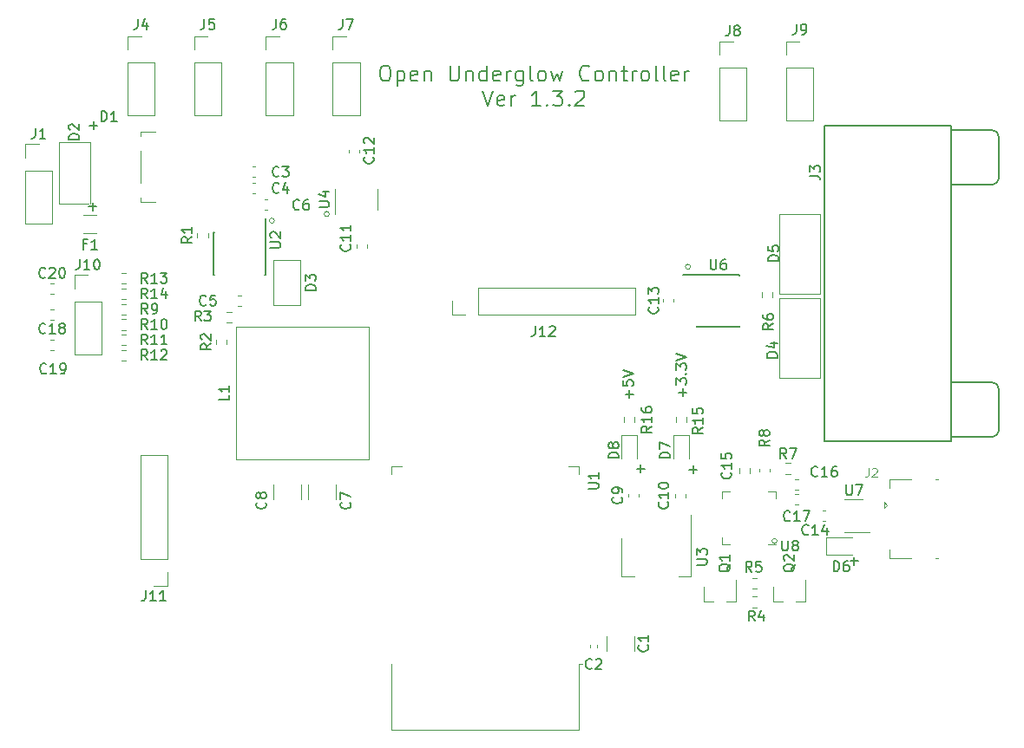
<source format=gbr>
G04 #@! TF.GenerationSoftware,KiCad,Pcbnew,5.1.10-1.fc33*
G04 #@! TF.CreationDate,2021-05-26T13:10:01-04:00*
G04 #@! TF.ProjectId,UnderglowPCB,556e6465-7267-46c6-9f77-5043422e6b69,1.3.2*
G04 #@! TF.SameCoordinates,Original*
G04 #@! TF.FileFunction,Legend,Top*
G04 #@! TF.FilePolarity,Positive*
%FSLAX46Y46*%
G04 Gerber Fmt 4.6, Leading zero omitted, Abs format (unit mm)*
G04 Created by KiCad (PCBNEW 5.1.10-1.fc33) date 2021-05-26 13:10:01*
%MOMM*%
%LPD*%
G01*
G04 APERTURE LIST*
%ADD10C,0.200000*%
%ADD11C,0.120000*%
%ADD12C,0.150000*%
%ADD13C,0.203200*%
%ADD14C,0.092900*%
G04 APERTURE END LIST*
D10*
X140007142Y-72953571D02*
X140292857Y-72953571D01*
X140435714Y-73025000D01*
X140578571Y-73167857D01*
X140650000Y-73453571D01*
X140650000Y-73953571D01*
X140578571Y-74239285D01*
X140435714Y-74382142D01*
X140292857Y-74453571D01*
X140007142Y-74453571D01*
X139864285Y-74382142D01*
X139721428Y-74239285D01*
X139650000Y-73953571D01*
X139650000Y-73453571D01*
X139721428Y-73167857D01*
X139864285Y-73025000D01*
X140007142Y-72953571D01*
X141292857Y-73453571D02*
X141292857Y-74953571D01*
X141292857Y-73525000D02*
X141435714Y-73453571D01*
X141721428Y-73453571D01*
X141864285Y-73525000D01*
X141935714Y-73596428D01*
X142007142Y-73739285D01*
X142007142Y-74167857D01*
X141935714Y-74310714D01*
X141864285Y-74382142D01*
X141721428Y-74453571D01*
X141435714Y-74453571D01*
X141292857Y-74382142D01*
X143221428Y-74382142D02*
X143078571Y-74453571D01*
X142792857Y-74453571D01*
X142650000Y-74382142D01*
X142578571Y-74239285D01*
X142578571Y-73667857D01*
X142650000Y-73525000D01*
X142792857Y-73453571D01*
X143078571Y-73453571D01*
X143221428Y-73525000D01*
X143292857Y-73667857D01*
X143292857Y-73810714D01*
X142578571Y-73953571D01*
X143935714Y-73453571D02*
X143935714Y-74453571D01*
X143935714Y-73596428D02*
X144007142Y-73525000D01*
X144150000Y-73453571D01*
X144364285Y-73453571D01*
X144507142Y-73525000D01*
X144578571Y-73667857D01*
X144578571Y-74453571D01*
X146435714Y-72953571D02*
X146435714Y-74167857D01*
X146507142Y-74310714D01*
X146578571Y-74382142D01*
X146721428Y-74453571D01*
X147007142Y-74453571D01*
X147150000Y-74382142D01*
X147221428Y-74310714D01*
X147292857Y-74167857D01*
X147292857Y-72953571D01*
X148007142Y-73453571D02*
X148007142Y-74453571D01*
X148007142Y-73596428D02*
X148078571Y-73525000D01*
X148221428Y-73453571D01*
X148435714Y-73453571D01*
X148578571Y-73525000D01*
X148650000Y-73667857D01*
X148650000Y-74453571D01*
X150007142Y-74453571D02*
X150007142Y-72953571D01*
X150007142Y-74382142D02*
X149864285Y-74453571D01*
X149578571Y-74453571D01*
X149435714Y-74382142D01*
X149364285Y-74310714D01*
X149292857Y-74167857D01*
X149292857Y-73739285D01*
X149364285Y-73596428D01*
X149435714Y-73525000D01*
X149578571Y-73453571D01*
X149864285Y-73453571D01*
X150007142Y-73525000D01*
X151292857Y-74382142D02*
X151150000Y-74453571D01*
X150864285Y-74453571D01*
X150721428Y-74382142D01*
X150650000Y-74239285D01*
X150650000Y-73667857D01*
X150721428Y-73525000D01*
X150864285Y-73453571D01*
X151150000Y-73453571D01*
X151292857Y-73525000D01*
X151364285Y-73667857D01*
X151364285Y-73810714D01*
X150650000Y-73953571D01*
X152007142Y-74453571D02*
X152007142Y-73453571D01*
X152007142Y-73739285D02*
X152078571Y-73596428D01*
X152150000Y-73525000D01*
X152292857Y-73453571D01*
X152435714Y-73453571D01*
X153578571Y-73453571D02*
X153578571Y-74667857D01*
X153507142Y-74810714D01*
X153435714Y-74882142D01*
X153292857Y-74953571D01*
X153078571Y-74953571D01*
X152935714Y-74882142D01*
X153578571Y-74382142D02*
X153435714Y-74453571D01*
X153150000Y-74453571D01*
X153007142Y-74382142D01*
X152935714Y-74310714D01*
X152864285Y-74167857D01*
X152864285Y-73739285D01*
X152935714Y-73596428D01*
X153007142Y-73525000D01*
X153150000Y-73453571D01*
X153435714Y-73453571D01*
X153578571Y-73525000D01*
X154507142Y-74453571D02*
X154364285Y-74382142D01*
X154292857Y-74239285D01*
X154292857Y-72953571D01*
X155292857Y-74453571D02*
X155150000Y-74382142D01*
X155078571Y-74310714D01*
X155007142Y-74167857D01*
X155007142Y-73739285D01*
X155078571Y-73596428D01*
X155150000Y-73525000D01*
X155292857Y-73453571D01*
X155507142Y-73453571D01*
X155650000Y-73525000D01*
X155721428Y-73596428D01*
X155792857Y-73739285D01*
X155792857Y-74167857D01*
X155721428Y-74310714D01*
X155650000Y-74382142D01*
X155507142Y-74453571D01*
X155292857Y-74453571D01*
X156292857Y-73453571D02*
X156578571Y-74453571D01*
X156864285Y-73739285D01*
X157150000Y-74453571D01*
X157435714Y-73453571D01*
X160007142Y-74310714D02*
X159935714Y-74382142D01*
X159721428Y-74453571D01*
X159578571Y-74453571D01*
X159364285Y-74382142D01*
X159221428Y-74239285D01*
X159150000Y-74096428D01*
X159078571Y-73810714D01*
X159078571Y-73596428D01*
X159150000Y-73310714D01*
X159221428Y-73167857D01*
X159364285Y-73025000D01*
X159578571Y-72953571D01*
X159721428Y-72953571D01*
X159935714Y-73025000D01*
X160007142Y-73096428D01*
X160864285Y-74453571D02*
X160721428Y-74382142D01*
X160650000Y-74310714D01*
X160578571Y-74167857D01*
X160578571Y-73739285D01*
X160650000Y-73596428D01*
X160721428Y-73525000D01*
X160864285Y-73453571D01*
X161078571Y-73453571D01*
X161221428Y-73525000D01*
X161292857Y-73596428D01*
X161364285Y-73739285D01*
X161364285Y-74167857D01*
X161292857Y-74310714D01*
X161221428Y-74382142D01*
X161078571Y-74453571D01*
X160864285Y-74453571D01*
X162007142Y-73453571D02*
X162007142Y-74453571D01*
X162007142Y-73596428D02*
X162078571Y-73525000D01*
X162221428Y-73453571D01*
X162435714Y-73453571D01*
X162578571Y-73525000D01*
X162650000Y-73667857D01*
X162650000Y-74453571D01*
X163150000Y-73453571D02*
X163721428Y-73453571D01*
X163364285Y-72953571D02*
X163364285Y-74239285D01*
X163435714Y-74382142D01*
X163578571Y-74453571D01*
X163721428Y-74453571D01*
X164221428Y-74453571D02*
X164221428Y-73453571D01*
X164221428Y-73739285D02*
X164292857Y-73596428D01*
X164364285Y-73525000D01*
X164507142Y-73453571D01*
X164650000Y-73453571D01*
X165364285Y-74453571D02*
X165221428Y-74382142D01*
X165150000Y-74310714D01*
X165078571Y-74167857D01*
X165078571Y-73739285D01*
X165150000Y-73596428D01*
X165221428Y-73525000D01*
X165364285Y-73453571D01*
X165578571Y-73453571D01*
X165721428Y-73525000D01*
X165792857Y-73596428D01*
X165864285Y-73739285D01*
X165864285Y-74167857D01*
X165792857Y-74310714D01*
X165721428Y-74382142D01*
X165578571Y-74453571D01*
X165364285Y-74453571D01*
X166721428Y-74453571D02*
X166578571Y-74382142D01*
X166507142Y-74239285D01*
X166507142Y-72953571D01*
X167507142Y-74453571D02*
X167364285Y-74382142D01*
X167292857Y-74239285D01*
X167292857Y-72953571D01*
X168650000Y-74382142D02*
X168507142Y-74453571D01*
X168221428Y-74453571D01*
X168078571Y-74382142D01*
X168007142Y-74239285D01*
X168007142Y-73667857D01*
X168078571Y-73525000D01*
X168221428Y-73453571D01*
X168507142Y-73453571D01*
X168650000Y-73525000D01*
X168721428Y-73667857D01*
X168721428Y-73810714D01*
X168007142Y-73953571D01*
X169364285Y-74453571D02*
X169364285Y-73453571D01*
X169364285Y-73739285D02*
X169435714Y-73596428D01*
X169507142Y-73525000D01*
X169650000Y-73453571D01*
X169792857Y-73453571D01*
X149614285Y-75403571D02*
X150114285Y-76903571D01*
X150614285Y-75403571D01*
X151685714Y-76832142D02*
X151542857Y-76903571D01*
X151257142Y-76903571D01*
X151114285Y-76832142D01*
X151042857Y-76689285D01*
X151042857Y-76117857D01*
X151114285Y-75975000D01*
X151257142Y-75903571D01*
X151542857Y-75903571D01*
X151685714Y-75975000D01*
X151757142Y-76117857D01*
X151757142Y-76260714D01*
X151042857Y-76403571D01*
X152400000Y-76903571D02*
X152400000Y-75903571D01*
X152400000Y-76189285D02*
X152471428Y-76046428D01*
X152542857Y-75975000D01*
X152685714Y-75903571D01*
X152828571Y-75903571D01*
X155257142Y-76903571D02*
X154400000Y-76903571D01*
X154828571Y-76903571D02*
X154828571Y-75403571D01*
X154685714Y-75617857D01*
X154542857Y-75760714D01*
X154400000Y-75832142D01*
X155900000Y-76760714D02*
X155971428Y-76832142D01*
X155900000Y-76903571D01*
X155828571Y-76832142D01*
X155900000Y-76760714D01*
X155900000Y-76903571D01*
X156471428Y-75403571D02*
X157400000Y-75403571D01*
X156900000Y-75975000D01*
X157114285Y-75975000D01*
X157257142Y-76046428D01*
X157328571Y-76117857D01*
X157400000Y-76260714D01*
X157400000Y-76617857D01*
X157328571Y-76760714D01*
X157257142Y-76832142D01*
X157114285Y-76903571D01*
X156685714Y-76903571D01*
X156542857Y-76832142D01*
X156471428Y-76760714D01*
X158042857Y-76760714D02*
X158114285Y-76832142D01*
X158042857Y-76903571D01*
X157971428Y-76832142D01*
X158042857Y-76760714D01*
X158042857Y-76903571D01*
X158685714Y-75546428D02*
X158757142Y-75475000D01*
X158900000Y-75403571D01*
X159257142Y-75403571D01*
X159400000Y-75475000D01*
X159471428Y-75546428D01*
X159542857Y-75689285D01*
X159542857Y-75832142D01*
X159471428Y-76046428D01*
X158614285Y-76903571D01*
X159542857Y-76903571D01*
D11*
X134650000Y-87450000D02*
G75*
G03*
X134650000Y-87450000I-250000J0D01*
G01*
X178350000Y-119400000D02*
G75*
G03*
X178350000Y-119400000I-250000J0D01*
G01*
D12*
X186230952Y-121328571D02*
X185469047Y-121328571D01*
X185850000Y-120947619D02*
X185850000Y-121709523D01*
X111169047Y-86721428D02*
X111930952Y-86721428D01*
X111550000Y-87102380D02*
X111550000Y-86340476D01*
X111671428Y-79180952D02*
X111671428Y-78419047D01*
X112052380Y-78800000D02*
X111290476Y-78800000D01*
D11*
X129300000Y-88100000D02*
G75*
G03*
X129300000Y-88100000I-250000J0D01*
G01*
D12*
X164669047Y-112321428D02*
X165430952Y-112321428D01*
X165050000Y-112702380D02*
X165050000Y-111940476D01*
X169769047Y-112421428D02*
X170530952Y-112421428D01*
X170150000Y-112802380D02*
X170150000Y-112040476D01*
D11*
X169900000Y-92600000D02*
G75*
G03*
X169900000Y-92600000I-250000J0D01*
G01*
D12*
X169121428Y-105250000D02*
X169121428Y-104488095D01*
X169502380Y-104869047D02*
X168740476Y-104869047D01*
X168502380Y-104107142D02*
X168502380Y-103488095D01*
X168883333Y-103821428D01*
X168883333Y-103678571D01*
X168930952Y-103583333D01*
X168978571Y-103535714D01*
X169073809Y-103488095D01*
X169311904Y-103488095D01*
X169407142Y-103535714D01*
X169454761Y-103583333D01*
X169502380Y-103678571D01*
X169502380Y-103964285D01*
X169454761Y-104059523D01*
X169407142Y-104107142D01*
X169407142Y-103059523D02*
X169454761Y-103011904D01*
X169502380Y-103059523D01*
X169454761Y-103107142D01*
X169407142Y-103059523D01*
X169502380Y-103059523D01*
X168502380Y-102678571D02*
X168502380Y-102059523D01*
X168883333Y-102392857D01*
X168883333Y-102250000D01*
X168930952Y-102154761D01*
X168978571Y-102107142D01*
X169073809Y-102059523D01*
X169311904Y-102059523D01*
X169407142Y-102107142D01*
X169454761Y-102154761D01*
X169502380Y-102250000D01*
X169502380Y-102535714D01*
X169454761Y-102630952D01*
X169407142Y-102678571D01*
X168502380Y-101773809D02*
X169502380Y-101440476D01*
X168502380Y-101107142D01*
X163921428Y-105435714D02*
X163921428Y-104673809D01*
X164302380Y-105054761D02*
X163540476Y-105054761D01*
X163302380Y-103721428D02*
X163302380Y-104197619D01*
X163778571Y-104245238D01*
X163730952Y-104197619D01*
X163683333Y-104102380D01*
X163683333Y-103864285D01*
X163730952Y-103769047D01*
X163778571Y-103721428D01*
X163873809Y-103673809D01*
X164111904Y-103673809D01*
X164207142Y-103721428D01*
X164254761Y-103769047D01*
X164302380Y-103864285D01*
X164302380Y-104102380D01*
X164254761Y-104197619D01*
X164207142Y-104245238D01*
X163302380Y-103388095D02*
X164302380Y-103054761D01*
X163302380Y-102721428D01*
D11*
G04 #@! TO.C,U1*
X158970000Y-131395000D02*
X159350000Y-131395000D01*
X158970000Y-137815000D02*
X158970000Y-131395000D01*
X140730000Y-137815000D02*
X140730000Y-131395000D01*
X158970000Y-137815000D02*
X140730000Y-137815000D01*
X140730000Y-112070000D02*
X141730000Y-112070000D01*
X140730000Y-112850000D02*
X140730000Y-112070000D01*
X158970000Y-112070000D02*
X157970000Y-112070000D01*
X158970000Y-112850000D02*
X158970000Y-112070000D01*
G04 #@! TO.C,D3*
X131800000Y-91980000D02*
X129200000Y-91980000D01*
X129200000Y-96320000D02*
X131800000Y-96320000D01*
X131800000Y-96320000D02*
X131800000Y-91980000D01*
X129200000Y-96320000D02*
X129200000Y-91980000D01*
G04 #@! TO.C,C1*
X161690000Y-128688748D02*
X161690000Y-130111252D01*
X164410000Y-128688748D02*
X164410000Y-130111252D01*
G04 #@! TO.C,C12*
X136540000Y-81209420D02*
X136540000Y-81490580D01*
X137560000Y-81209420D02*
X137560000Y-81490580D01*
G04 #@! TO.C,C11*
X138310000Y-90740580D02*
X138310000Y-90459420D01*
X137290000Y-90740580D02*
X137290000Y-90459420D01*
G04 #@! TO.C,U4*
X139400000Y-85000000D02*
X139400000Y-87000000D01*
X135200000Y-85000000D02*
X135200000Y-87500000D01*
G04 #@! TO.C,J11*
X118880000Y-110960000D02*
X116220000Y-110960000D01*
X118880000Y-121180000D02*
X118880000Y-110960000D01*
X116220000Y-121180000D02*
X116220000Y-110960000D01*
X118880000Y-121180000D02*
X116220000Y-121180000D01*
X118880000Y-122450000D02*
X118880000Y-123780000D01*
X118880000Y-123780000D02*
X117550000Y-123780000D01*
G04 #@! TO.C,J12*
X146620000Y-97280000D02*
X146620000Y-95950000D01*
X147950000Y-97280000D02*
X146620000Y-97280000D01*
X149220000Y-97280000D02*
X149220000Y-94620000D01*
X149220000Y-94620000D02*
X164520000Y-94620000D01*
X149220000Y-97280000D02*
X164520000Y-97280000D01*
X164520000Y-97280000D02*
X164520000Y-94620000D01*
D12*
G04 #@! TO.C,U6*
X170525000Y-93350000D02*
X170525000Y-93400000D01*
X174675000Y-93350000D02*
X174675000Y-93495000D01*
X174675000Y-98500000D02*
X174675000Y-98355000D01*
X170525000Y-98500000D02*
X170525000Y-98355000D01*
X170525000Y-93350000D02*
X174675000Y-93350000D01*
X170525000Y-98500000D02*
X174675000Y-98500000D01*
X170525000Y-93400000D02*
X169125000Y-93400000D01*
D11*
G04 #@! TO.C,J8*
X172720000Y-70580000D02*
X174050000Y-70580000D01*
X172720000Y-71910000D02*
X172720000Y-70580000D01*
X172720000Y-73180000D02*
X175380000Y-73180000D01*
X175380000Y-73180000D02*
X175380000Y-78320000D01*
X172720000Y-73180000D02*
X172720000Y-78320000D01*
X172720000Y-78320000D02*
X175380000Y-78320000D01*
G04 #@! TO.C,U8*
X177485000Y-119760000D02*
X178210000Y-119760000D01*
X172990000Y-114540000D02*
X172990000Y-115265000D01*
X173715000Y-114540000D02*
X172990000Y-114540000D01*
X178210000Y-114540000D02*
X178210000Y-115265000D01*
X177485000Y-114540000D02*
X178210000Y-114540000D01*
X172990000Y-119760000D02*
X172990000Y-119035000D01*
X173715000Y-119760000D02*
X172990000Y-119760000D01*
G04 #@! TO.C,D1*
X116225000Y-86250000D02*
X116225000Y-85850000D01*
X117725000Y-86250000D02*
X116225000Y-86250000D01*
X116225000Y-84450000D02*
X116225000Y-81250000D01*
X116225000Y-79450000D02*
X117725000Y-79450000D01*
X116225000Y-79800000D02*
X116225000Y-79450000D01*
G04 #@! TO.C,C9*
X164810000Y-115090580D02*
X164810000Y-114809420D01*
X163790000Y-115090580D02*
X163790000Y-114809420D01*
G04 #@! TO.C,D6*
X183100000Y-119050000D02*
X185650000Y-119050000D01*
X183100000Y-120750000D02*
X185650000Y-120750000D01*
X183100000Y-119050000D02*
X183100000Y-120750000D01*
G04 #@! TO.C,C17*
X180109420Y-115860000D02*
X180390580Y-115860000D01*
X180109420Y-114840000D02*
X180390580Y-114840000D01*
G04 #@! TO.C,R7*
X179187742Y-111777500D02*
X179662258Y-111777500D01*
X179187742Y-112822500D02*
X179662258Y-112822500D01*
G04 #@! TO.C,U7*
X186700000Y-115290000D02*
X184900000Y-115290000D01*
X184900000Y-118510000D02*
X187350000Y-118510000D01*
G04 #@! TO.C,R8*
X174627500Y-112262742D02*
X174627500Y-112737258D01*
X175672500Y-112262742D02*
X175672500Y-112737258D01*
G04 #@! TO.C,J3*
X188800000Y-116200000D02*
X188800000Y-115600000D01*
X189100000Y-115900000D02*
X188800000Y-115600000D01*
X189100000Y-115900000D02*
X188800000Y-116200000D01*
X189330000Y-121070000D02*
X189330000Y-120200000D01*
X189330000Y-113330000D02*
X191400000Y-113330000D01*
X189330000Y-121070000D02*
X191400000Y-121070000D01*
X189330000Y-114200000D02*
X189330000Y-113330000D01*
X193800000Y-113330000D02*
X194050000Y-113330000D01*
X193800000Y-121070000D02*
X194050000Y-121070000D01*
G04 #@! TO.C,C14*
X183040580Y-117410000D02*
X182759420Y-117410000D01*
X183040580Y-116390000D02*
X182759420Y-116390000D01*
G04 #@! TO.C,C16*
X180109420Y-113340000D02*
X180390580Y-113340000D01*
X180109420Y-114360000D02*
X180390580Y-114360000D01*
G04 #@! TO.C,C15*
X177660000Y-112640580D02*
X177660000Y-112359420D01*
X176640000Y-112640580D02*
X176640000Y-112359420D01*
G04 #@! TO.C,F1*
X110697936Y-87540000D02*
X111902064Y-87540000D01*
X110697936Y-89360000D02*
X111902064Y-89360000D01*
G04 #@! TO.C,U3*
X163140000Y-122860000D02*
X164400000Y-122860000D01*
X169960000Y-122860000D02*
X168700000Y-122860000D01*
X163140000Y-119100000D02*
X163140000Y-122860000D01*
X169960000Y-116850000D02*
X169960000Y-122860000D01*
G04 #@! TO.C,C18*
X107740580Y-96740000D02*
X107459420Y-96740000D01*
X107740580Y-97760000D02*
X107459420Y-97760000D01*
G04 #@! TO.C,C19*
X107740580Y-100760000D02*
X107459420Y-100760000D01*
X107740580Y-99740000D02*
X107459420Y-99740000D01*
G04 #@! TO.C,C20*
X107740580Y-94240000D02*
X107459420Y-94240000D01*
X107740580Y-95260000D02*
X107459420Y-95260000D01*
G04 #@! TO.C,C13*
X168260000Y-96040580D02*
X168260000Y-95759420D01*
X167240000Y-96040580D02*
X167240000Y-95759420D01*
G04 #@! TO.C,R9*
X114362742Y-96227500D02*
X114837258Y-96227500D01*
X114362742Y-97272500D02*
X114837258Y-97272500D01*
G04 #@! TO.C,R10*
X114837258Y-97727500D02*
X114362742Y-97727500D01*
X114837258Y-98772500D02*
X114362742Y-98772500D01*
G04 #@! TO.C,R11*
X114362742Y-99227500D02*
X114837258Y-99227500D01*
X114362742Y-100272500D02*
X114837258Y-100272500D01*
G04 #@! TO.C,R12*
X114837258Y-100727500D02*
X114362742Y-100727500D01*
X114837258Y-101772500D02*
X114362742Y-101772500D01*
G04 #@! TO.C,R13*
X114362742Y-93227500D02*
X114837258Y-93227500D01*
X114362742Y-94272500D02*
X114837258Y-94272500D01*
G04 #@! TO.C,R14*
X114837258Y-94727500D02*
X114362742Y-94727500D01*
X114837258Y-95772500D02*
X114362742Y-95772500D01*
G04 #@! TO.C,R4*
X175912742Y-124827500D02*
X176387258Y-124827500D01*
X175912742Y-125872500D02*
X176387258Y-125872500D01*
G04 #@! TO.C,R5*
X176387258Y-123027500D02*
X175912742Y-123027500D01*
X176387258Y-124072500D02*
X175912742Y-124072500D01*
G04 #@! TO.C,R6*
X176877500Y-95112742D02*
X176877500Y-95587258D01*
X177922500Y-95112742D02*
X177922500Y-95587258D01*
G04 #@! TO.C,Q1*
X171170000Y-125310000D02*
X171170000Y-123850000D01*
X174330000Y-125310000D02*
X174330000Y-123150000D01*
X174330000Y-125310000D02*
X173400000Y-125310000D01*
X171170000Y-125310000D02*
X172100000Y-125310000D01*
G04 #@! TO.C,Q2*
X177970000Y-125310000D02*
X178900000Y-125310000D01*
X181130000Y-125310000D02*
X180200000Y-125310000D01*
X181130000Y-125310000D02*
X181130000Y-123150000D01*
X177970000Y-125310000D02*
X177970000Y-123850000D01*
G04 #@! TO.C,J9*
X179220000Y-78320000D02*
X181880000Y-78320000D01*
X179220000Y-73180000D02*
X179220000Y-78320000D01*
X181880000Y-73180000D02*
X181880000Y-78320000D01*
X179220000Y-73180000D02*
X181880000Y-73180000D01*
X179220000Y-71910000D02*
X179220000Y-70580000D01*
X179220000Y-70580000D02*
X180550000Y-70580000D01*
G04 #@! TO.C,J10*
X109770000Y-101160000D02*
X112430000Y-101160000D01*
X109770000Y-96020000D02*
X109770000Y-101160000D01*
X112430000Y-96020000D02*
X112430000Y-101160000D01*
X109770000Y-96020000D02*
X112430000Y-96020000D01*
X109770000Y-94750000D02*
X109770000Y-93420000D01*
X109770000Y-93420000D02*
X111100000Y-93420000D01*
G04 #@! TO.C,J4*
X114970000Y-70080000D02*
X116300000Y-70080000D01*
X114970000Y-71410000D02*
X114970000Y-70080000D01*
X114970000Y-72680000D02*
X117630000Y-72680000D01*
X117630000Y-72680000D02*
X117630000Y-77820000D01*
X114970000Y-72680000D02*
X114970000Y-77820000D01*
X114970000Y-77820000D02*
X117630000Y-77820000D01*
G04 #@! TO.C,J5*
X121470000Y-77820000D02*
X124130000Y-77820000D01*
X121470000Y-72680000D02*
X121470000Y-77820000D01*
X124130000Y-72680000D02*
X124130000Y-77820000D01*
X121470000Y-72680000D02*
X124130000Y-72680000D01*
X121470000Y-71410000D02*
X121470000Y-70080000D01*
X121470000Y-70080000D02*
X122800000Y-70080000D01*
G04 #@! TO.C,J6*
X128470000Y-70080000D02*
X129800000Y-70080000D01*
X128470000Y-71410000D02*
X128470000Y-70080000D01*
X128470000Y-72680000D02*
X131130000Y-72680000D01*
X131130000Y-72680000D02*
X131130000Y-77820000D01*
X128470000Y-72680000D02*
X128470000Y-77820000D01*
X128470000Y-77820000D02*
X131130000Y-77820000D01*
G04 #@! TO.C,J7*
X134970000Y-70080000D02*
X136300000Y-70080000D01*
X134970000Y-71410000D02*
X134970000Y-70080000D01*
X134970000Y-72680000D02*
X137630000Y-72680000D01*
X137630000Y-72680000D02*
X137630000Y-77820000D01*
X134970000Y-72680000D02*
X134970000Y-77820000D01*
X134970000Y-77820000D02*
X137630000Y-77820000D01*
G04 #@! TO.C,J1*
X104970000Y-80620000D02*
X106300000Y-80620000D01*
X104970000Y-81950000D02*
X104970000Y-80620000D01*
X104970000Y-83220000D02*
X107630000Y-83220000D01*
X107630000Y-83220000D02*
X107630000Y-88360000D01*
X104970000Y-83220000D02*
X104970000Y-88360000D01*
X104970000Y-88360000D02*
X107630000Y-88360000D01*
G04 #@! TO.C,C10*
X168390000Y-115115580D02*
X168390000Y-114834420D01*
X169410000Y-115115580D02*
X169410000Y-114834420D01*
G04 #@! TO.C,C2*
X160090000Y-129542164D02*
X160090000Y-129757836D01*
X160810000Y-129542164D02*
X160810000Y-129757836D01*
G04 #@! TO.C,D7*
X169735000Y-111350000D02*
X169735000Y-109065000D01*
X169735000Y-109065000D02*
X168265000Y-109065000D01*
X168265000Y-109065000D02*
X168265000Y-111350000D01*
G04 #@! TO.C,D8*
X163165000Y-109065000D02*
X163165000Y-111350000D01*
X164635000Y-109065000D02*
X163165000Y-109065000D01*
X164635000Y-111350000D02*
X164635000Y-109065000D01*
G04 #@! TO.C,R15*
X169522500Y-107787258D02*
X169522500Y-107312742D01*
X168477500Y-107787258D02*
X168477500Y-107312742D01*
G04 #@! TO.C,R16*
X163377500Y-107787258D02*
X163377500Y-107312742D01*
X164422500Y-107787258D02*
X164422500Y-107312742D01*
G04 #@! TO.C,C3*
X127159420Y-83860000D02*
X127440580Y-83860000D01*
X127159420Y-82840000D02*
X127440580Y-82840000D01*
G04 #@! TO.C,C4*
X127159420Y-84440000D02*
X127440580Y-84440000D01*
X127159420Y-85460000D02*
X127440580Y-85460000D01*
G04 #@! TO.C,C5*
X125759420Y-95440000D02*
X126040580Y-95440000D01*
X125759420Y-96460000D02*
X126040580Y-96460000D01*
G04 #@! TO.C,C6*
X128359420Y-87060000D02*
X128640580Y-87060000D01*
X128359420Y-86040000D02*
X128640580Y-86040000D01*
G04 #@! TO.C,C7*
X132590000Y-113888748D02*
X132590000Y-115311252D01*
X135310000Y-113888748D02*
X135310000Y-115311252D01*
G04 #@! TO.C,C8*
X131910000Y-113888748D02*
X131910000Y-115311252D01*
X129190000Y-113888748D02*
X129190000Y-115311252D01*
G04 #@! TO.C,D2*
X108300000Y-86450000D02*
X108300000Y-80450000D01*
X111300000Y-86450000D02*
X111300000Y-80450000D01*
X108300000Y-86450000D02*
X111200000Y-86450000D01*
X108300000Y-80450000D02*
X111300000Y-80450000D01*
G04 #@! TO.C,D4*
X178550000Y-95650000D02*
X178550000Y-96450000D01*
X182550000Y-95650000D02*
X178550000Y-95650000D01*
X182550000Y-96450000D02*
X182550000Y-95650000D01*
X182550000Y-103450000D02*
X182550000Y-102450000D01*
X178550000Y-103450000D02*
X182550000Y-103450000D01*
X178550000Y-102450000D02*
X178550000Y-103450000D01*
X182550000Y-102450000D02*
X182550000Y-96450000D01*
X178550000Y-102450000D02*
X178550000Y-96450000D01*
G04 #@! TO.C,D5*
X182550000Y-88450000D02*
X182550000Y-94450000D01*
X178550000Y-88450000D02*
X178550000Y-94450000D01*
X182550000Y-88450000D02*
X182550000Y-87450000D01*
X182550000Y-87450000D02*
X178550000Y-87450000D01*
X178550000Y-87450000D02*
X178550000Y-88450000D01*
X178550000Y-94450000D02*
X178550000Y-95250000D01*
X178550000Y-95250000D02*
X182550000Y-95250000D01*
X182550000Y-95250000D02*
X182550000Y-94450000D01*
G04 #@! TO.C,L1*
X138550000Y-98450000D02*
X138550000Y-111450000D01*
X125550000Y-98450000D02*
X125550000Y-111450000D01*
X138550000Y-98450000D02*
X125550000Y-98450000D01*
X138550000Y-111450000D02*
X125550000Y-111450000D01*
G04 #@! TO.C,R1*
X121777500Y-89287742D02*
X121777500Y-89762258D01*
X122822500Y-89287742D02*
X122822500Y-89762258D01*
G04 #@! TO.C,R2*
X123577500Y-100187258D02*
X123577500Y-99712742D01*
X124622500Y-100187258D02*
X124622500Y-99712742D01*
G04 #@! TO.C,R3*
X124662742Y-97027500D02*
X125137258Y-97027500D01*
X124662742Y-98072500D02*
X125137258Y-98072500D01*
D12*
G04 #@! TO.C,U2*
X128475000Y-89275000D02*
X128425000Y-89275000D01*
X128475000Y-93425000D02*
X128330000Y-93425000D01*
X123325000Y-93425000D02*
X123470000Y-93425000D01*
X123325000Y-89275000D02*
X123470000Y-89275000D01*
X128475000Y-89275000D02*
X128475000Y-93425000D01*
X123325000Y-89275000D02*
X123325000Y-93425000D01*
X128425000Y-89275000D02*
X128425000Y-87875000D01*
D13*
G04 #@! TO.C,J2*
X195325000Y-103902000D02*
X199338200Y-103902000D01*
X199338200Y-109236000D02*
X195325000Y-109236000D01*
X199973200Y-104537000D02*
X199973200Y-108601000D01*
X199338200Y-79264000D02*
X195325000Y-79264000D01*
X199338200Y-84598000D02*
X195325000Y-84598000D01*
X199973200Y-79899000D02*
X199973200Y-83963000D01*
X183000000Y-78850000D02*
X183000000Y-109650000D01*
X195300000Y-78850000D02*
X195300000Y-109650000D01*
X183000000Y-109650000D02*
X195300000Y-109650000D01*
X183000000Y-78850000D02*
X195300000Y-78850000D01*
X199338200Y-84598000D02*
G75*
G03*
X199973200Y-83963000I0J635000D01*
G01*
X199338200Y-79264000D02*
G75*
G02*
X199973200Y-79899000I0J-635000D01*
G01*
X199338200Y-109236000D02*
G75*
G03*
X199973200Y-108601000I0J635000D01*
G01*
X199973200Y-104537000D02*
G75*
G03*
X199338200Y-103902000I-635000J0D01*
G01*
G04 #@! TO.C,U1*
D12*
X159912380Y-114281904D02*
X160721904Y-114281904D01*
X160817142Y-114234285D01*
X160864761Y-114186666D01*
X160912380Y-114091428D01*
X160912380Y-113900952D01*
X160864761Y-113805714D01*
X160817142Y-113758095D01*
X160721904Y-113710476D01*
X159912380Y-113710476D01*
X160912380Y-112710476D02*
X160912380Y-113281904D01*
X160912380Y-112996190D02*
X159912380Y-112996190D01*
X160055238Y-113091428D01*
X160150476Y-113186666D01*
X160198095Y-113281904D01*
G04 #@! TO.C,D3*
X133352380Y-94888095D02*
X132352380Y-94888095D01*
X132352380Y-94650000D01*
X132400000Y-94507142D01*
X132495238Y-94411904D01*
X132590476Y-94364285D01*
X132780952Y-94316666D01*
X132923809Y-94316666D01*
X133114285Y-94364285D01*
X133209523Y-94411904D01*
X133304761Y-94507142D01*
X133352380Y-94650000D01*
X133352380Y-94888095D01*
X132352380Y-93983333D02*
X132352380Y-93364285D01*
X132733333Y-93697619D01*
X132733333Y-93554761D01*
X132780952Y-93459523D01*
X132828571Y-93411904D01*
X132923809Y-93364285D01*
X133161904Y-93364285D01*
X133257142Y-93411904D01*
X133304761Y-93459523D01*
X133352380Y-93554761D01*
X133352380Y-93840476D01*
X133304761Y-93935714D01*
X133257142Y-93983333D01*
G04 #@! TO.C,C1*
X165707142Y-129566666D02*
X165754761Y-129614285D01*
X165802380Y-129757142D01*
X165802380Y-129852380D01*
X165754761Y-129995238D01*
X165659523Y-130090476D01*
X165564285Y-130138095D01*
X165373809Y-130185714D01*
X165230952Y-130185714D01*
X165040476Y-130138095D01*
X164945238Y-130090476D01*
X164850000Y-129995238D01*
X164802380Y-129852380D01*
X164802380Y-129757142D01*
X164850000Y-129614285D01*
X164897619Y-129566666D01*
X165802380Y-128614285D02*
X165802380Y-129185714D01*
X165802380Y-128900000D02*
X164802380Y-128900000D01*
X164945238Y-128995238D01*
X165040476Y-129090476D01*
X165088095Y-129185714D01*
G04 #@! TO.C,C12*
X138907142Y-81892857D02*
X138954761Y-81940476D01*
X139002380Y-82083333D01*
X139002380Y-82178571D01*
X138954761Y-82321428D01*
X138859523Y-82416666D01*
X138764285Y-82464285D01*
X138573809Y-82511904D01*
X138430952Y-82511904D01*
X138240476Y-82464285D01*
X138145238Y-82416666D01*
X138050000Y-82321428D01*
X138002380Y-82178571D01*
X138002380Y-82083333D01*
X138050000Y-81940476D01*
X138097619Y-81892857D01*
X139002380Y-80940476D02*
X139002380Y-81511904D01*
X139002380Y-81226190D02*
X138002380Y-81226190D01*
X138145238Y-81321428D01*
X138240476Y-81416666D01*
X138288095Y-81511904D01*
X138097619Y-80559523D02*
X138050000Y-80511904D01*
X138002380Y-80416666D01*
X138002380Y-80178571D01*
X138050000Y-80083333D01*
X138097619Y-80035714D01*
X138192857Y-79988095D01*
X138288095Y-79988095D01*
X138430952Y-80035714D01*
X139002380Y-80607142D01*
X139002380Y-79988095D01*
G04 #@! TO.C,C11*
X136657142Y-90442857D02*
X136704761Y-90490476D01*
X136752380Y-90633333D01*
X136752380Y-90728571D01*
X136704761Y-90871428D01*
X136609523Y-90966666D01*
X136514285Y-91014285D01*
X136323809Y-91061904D01*
X136180952Y-91061904D01*
X135990476Y-91014285D01*
X135895238Y-90966666D01*
X135800000Y-90871428D01*
X135752380Y-90728571D01*
X135752380Y-90633333D01*
X135800000Y-90490476D01*
X135847619Y-90442857D01*
X136752380Y-89490476D02*
X136752380Y-90061904D01*
X136752380Y-89776190D02*
X135752380Y-89776190D01*
X135895238Y-89871428D01*
X135990476Y-89966666D01*
X136038095Y-90061904D01*
X136752380Y-88538095D02*
X136752380Y-89109523D01*
X136752380Y-88823809D02*
X135752380Y-88823809D01*
X135895238Y-88919047D01*
X135990476Y-89014285D01*
X136038095Y-89109523D01*
G04 #@! TO.C,U4*
X133652380Y-86761904D02*
X134461904Y-86761904D01*
X134557142Y-86714285D01*
X134604761Y-86666666D01*
X134652380Y-86571428D01*
X134652380Y-86380952D01*
X134604761Y-86285714D01*
X134557142Y-86238095D01*
X134461904Y-86190476D01*
X133652380Y-86190476D01*
X133985714Y-85285714D02*
X134652380Y-85285714D01*
X133604761Y-85523809D02*
X134319047Y-85761904D01*
X134319047Y-85142857D01*
G04 #@! TO.C,J11*
X116740476Y-124232380D02*
X116740476Y-124946666D01*
X116692857Y-125089523D01*
X116597619Y-125184761D01*
X116454761Y-125232380D01*
X116359523Y-125232380D01*
X117740476Y-125232380D02*
X117169047Y-125232380D01*
X117454761Y-125232380D02*
X117454761Y-124232380D01*
X117359523Y-124375238D01*
X117264285Y-124470476D01*
X117169047Y-124518095D01*
X118692857Y-125232380D02*
X118121428Y-125232380D01*
X118407142Y-125232380D02*
X118407142Y-124232380D01*
X118311904Y-124375238D01*
X118216666Y-124470476D01*
X118121428Y-124518095D01*
G04 #@! TO.C,J12*
X154740476Y-98402380D02*
X154740476Y-99116666D01*
X154692857Y-99259523D01*
X154597619Y-99354761D01*
X154454761Y-99402380D01*
X154359523Y-99402380D01*
X155740476Y-99402380D02*
X155169047Y-99402380D01*
X155454761Y-99402380D02*
X155454761Y-98402380D01*
X155359523Y-98545238D01*
X155264285Y-98640476D01*
X155169047Y-98688095D01*
X156121428Y-98497619D02*
X156169047Y-98450000D01*
X156264285Y-98402380D01*
X156502380Y-98402380D01*
X156597619Y-98450000D01*
X156645238Y-98497619D01*
X156692857Y-98592857D01*
X156692857Y-98688095D01*
X156645238Y-98830952D01*
X156073809Y-99402380D01*
X156692857Y-99402380D01*
G04 #@! TO.C,U6*
X171838095Y-91877380D02*
X171838095Y-92686904D01*
X171885714Y-92782142D01*
X171933333Y-92829761D01*
X172028571Y-92877380D01*
X172219047Y-92877380D01*
X172314285Y-92829761D01*
X172361904Y-92782142D01*
X172409523Y-92686904D01*
X172409523Y-91877380D01*
X173314285Y-91877380D02*
X173123809Y-91877380D01*
X173028571Y-91925000D01*
X172980952Y-91972619D01*
X172885714Y-92115476D01*
X172838095Y-92305952D01*
X172838095Y-92686904D01*
X172885714Y-92782142D01*
X172933333Y-92829761D01*
X173028571Y-92877380D01*
X173219047Y-92877380D01*
X173314285Y-92829761D01*
X173361904Y-92782142D01*
X173409523Y-92686904D01*
X173409523Y-92448809D01*
X173361904Y-92353571D01*
X173314285Y-92305952D01*
X173219047Y-92258333D01*
X173028571Y-92258333D01*
X172933333Y-92305952D01*
X172885714Y-92353571D01*
X172838095Y-92448809D01*
G04 #@! TO.C,J8*
X173716666Y-69032380D02*
X173716666Y-69746666D01*
X173669047Y-69889523D01*
X173573809Y-69984761D01*
X173430952Y-70032380D01*
X173335714Y-70032380D01*
X174335714Y-69460952D02*
X174240476Y-69413333D01*
X174192857Y-69365714D01*
X174145238Y-69270476D01*
X174145238Y-69222857D01*
X174192857Y-69127619D01*
X174240476Y-69080000D01*
X174335714Y-69032380D01*
X174526190Y-69032380D01*
X174621428Y-69080000D01*
X174669047Y-69127619D01*
X174716666Y-69222857D01*
X174716666Y-69270476D01*
X174669047Y-69365714D01*
X174621428Y-69413333D01*
X174526190Y-69460952D01*
X174335714Y-69460952D01*
X174240476Y-69508571D01*
X174192857Y-69556190D01*
X174145238Y-69651428D01*
X174145238Y-69841904D01*
X174192857Y-69937142D01*
X174240476Y-69984761D01*
X174335714Y-70032380D01*
X174526190Y-70032380D01*
X174621428Y-69984761D01*
X174669047Y-69937142D01*
X174716666Y-69841904D01*
X174716666Y-69651428D01*
X174669047Y-69556190D01*
X174621428Y-69508571D01*
X174526190Y-69460952D01*
G04 #@! TO.C,U8*
X178838095Y-119352380D02*
X178838095Y-120161904D01*
X178885714Y-120257142D01*
X178933333Y-120304761D01*
X179028571Y-120352380D01*
X179219047Y-120352380D01*
X179314285Y-120304761D01*
X179361904Y-120257142D01*
X179409523Y-120161904D01*
X179409523Y-119352380D01*
X180028571Y-119780952D02*
X179933333Y-119733333D01*
X179885714Y-119685714D01*
X179838095Y-119590476D01*
X179838095Y-119542857D01*
X179885714Y-119447619D01*
X179933333Y-119400000D01*
X180028571Y-119352380D01*
X180219047Y-119352380D01*
X180314285Y-119400000D01*
X180361904Y-119447619D01*
X180409523Y-119542857D01*
X180409523Y-119590476D01*
X180361904Y-119685714D01*
X180314285Y-119733333D01*
X180219047Y-119780952D01*
X180028571Y-119780952D01*
X179933333Y-119828571D01*
X179885714Y-119876190D01*
X179838095Y-119971428D01*
X179838095Y-120161904D01*
X179885714Y-120257142D01*
X179933333Y-120304761D01*
X180028571Y-120352380D01*
X180219047Y-120352380D01*
X180314285Y-120304761D01*
X180361904Y-120257142D01*
X180409523Y-120161904D01*
X180409523Y-119971428D01*
X180361904Y-119876190D01*
X180314285Y-119828571D01*
X180219047Y-119780952D01*
G04 #@! TO.C,D1*
X112411904Y-78402380D02*
X112411904Y-77402380D01*
X112650000Y-77402380D01*
X112792857Y-77450000D01*
X112888095Y-77545238D01*
X112935714Y-77640476D01*
X112983333Y-77830952D01*
X112983333Y-77973809D01*
X112935714Y-78164285D01*
X112888095Y-78259523D01*
X112792857Y-78354761D01*
X112650000Y-78402380D01*
X112411904Y-78402380D01*
X113935714Y-78402380D02*
X113364285Y-78402380D01*
X113650000Y-78402380D02*
X113650000Y-77402380D01*
X113554761Y-77545238D01*
X113459523Y-77640476D01*
X113364285Y-77688095D01*
G04 #@! TO.C,C9*
X163157142Y-115116666D02*
X163204761Y-115164285D01*
X163252380Y-115307142D01*
X163252380Y-115402380D01*
X163204761Y-115545238D01*
X163109523Y-115640476D01*
X163014285Y-115688095D01*
X162823809Y-115735714D01*
X162680952Y-115735714D01*
X162490476Y-115688095D01*
X162395238Y-115640476D01*
X162300000Y-115545238D01*
X162252380Y-115402380D01*
X162252380Y-115307142D01*
X162300000Y-115164285D01*
X162347619Y-115116666D01*
X163252380Y-114640476D02*
X163252380Y-114450000D01*
X163204761Y-114354761D01*
X163157142Y-114307142D01*
X163014285Y-114211904D01*
X162823809Y-114164285D01*
X162442857Y-114164285D01*
X162347619Y-114211904D01*
X162300000Y-114259523D01*
X162252380Y-114354761D01*
X162252380Y-114545238D01*
X162300000Y-114640476D01*
X162347619Y-114688095D01*
X162442857Y-114735714D01*
X162680952Y-114735714D01*
X162776190Y-114688095D01*
X162823809Y-114640476D01*
X162871428Y-114545238D01*
X162871428Y-114354761D01*
X162823809Y-114259523D01*
X162776190Y-114211904D01*
X162680952Y-114164285D01*
G04 #@! TO.C,D6*
X183861904Y-122352380D02*
X183861904Y-121352380D01*
X184100000Y-121352380D01*
X184242857Y-121400000D01*
X184338095Y-121495238D01*
X184385714Y-121590476D01*
X184433333Y-121780952D01*
X184433333Y-121923809D01*
X184385714Y-122114285D01*
X184338095Y-122209523D01*
X184242857Y-122304761D01*
X184100000Y-122352380D01*
X183861904Y-122352380D01*
X185290476Y-121352380D02*
X185100000Y-121352380D01*
X185004761Y-121400000D01*
X184957142Y-121447619D01*
X184861904Y-121590476D01*
X184814285Y-121780952D01*
X184814285Y-122161904D01*
X184861904Y-122257142D01*
X184909523Y-122304761D01*
X185004761Y-122352380D01*
X185195238Y-122352380D01*
X185290476Y-122304761D01*
X185338095Y-122257142D01*
X185385714Y-122161904D01*
X185385714Y-121923809D01*
X185338095Y-121828571D01*
X185290476Y-121780952D01*
X185195238Y-121733333D01*
X185004761Y-121733333D01*
X184909523Y-121780952D01*
X184861904Y-121828571D01*
X184814285Y-121923809D01*
G04 #@! TO.C,C17*
X179607142Y-117357142D02*
X179559523Y-117404761D01*
X179416666Y-117452380D01*
X179321428Y-117452380D01*
X179178571Y-117404761D01*
X179083333Y-117309523D01*
X179035714Y-117214285D01*
X178988095Y-117023809D01*
X178988095Y-116880952D01*
X179035714Y-116690476D01*
X179083333Y-116595238D01*
X179178571Y-116500000D01*
X179321428Y-116452380D01*
X179416666Y-116452380D01*
X179559523Y-116500000D01*
X179607142Y-116547619D01*
X180559523Y-117452380D02*
X179988095Y-117452380D01*
X180273809Y-117452380D02*
X180273809Y-116452380D01*
X180178571Y-116595238D01*
X180083333Y-116690476D01*
X179988095Y-116738095D01*
X180892857Y-116452380D02*
X181559523Y-116452380D01*
X181130952Y-117452380D01*
G04 #@! TO.C,R7*
X179258333Y-111322380D02*
X178925000Y-110846190D01*
X178686904Y-111322380D02*
X178686904Y-110322380D01*
X179067857Y-110322380D01*
X179163095Y-110370000D01*
X179210714Y-110417619D01*
X179258333Y-110512857D01*
X179258333Y-110655714D01*
X179210714Y-110750952D01*
X179163095Y-110798571D01*
X179067857Y-110846190D01*
X178686904Y-110846190D01*
X179591666Y-110322380D02*
X180258333Y-110322380D01*
X179829761Y-111322380D01*
G04 #@! TO.C,U7*
X185088095Y-113902380D02*
X185088095Y-114711904D01*
X185135714Y-114807142D01*
X185183333Y-114854761D01*
X185278571Y-114902380D01*
X185469047Y-114902380D01*
X185564285Y-114854761D01*
X185611904Y-114807142D01*
X185659523Y-114711904D01*
X185659523Y-113902380D01*
X186040476Y-113902380D02*
X186707142Y-113902380D01*
X186278571Y-114902380D01*
G04 #@! TO.C,R8*
X177602380Y-109516666D02*
X177126190Y-109850000D01*
X177602380Y-110088095D02*
X176602380Y-110088095D01*
X176602380Y-109707142D01*
X176650000Y-109611904D01*
X176697619Y-109564285D01*
X176792857Y-109516666D01*
X176935714Y-109516666D01*
X177030952Y-109564285D01*
X177078571Y-109611904D01*
X177126190Y-109707142D01*
X177126190Y-110088095D01*
X177030952Y-108945238D02*
X176983333Y-109040476D01*
X176935714Y-109088095D01*
X176840476Y-109135714D01*
X176792857Y-109135714D01*
X176697619Y-109088095D01*
X176650000Y-109040476D01*
X176602380Y-108945238D01*
X176602380Y-108754761D01*
X176650000Y-108659523D01*
X176697619Y-108611904D01*
X176792857Y-108564285D01*
X176840476Y-108564285D01*
X176935714Y-108611904D01*
X176983333Y-108659523D01*
X177030952Y-108754761D01*
X177030952Y-108945238D01*
X177078571Y-109040476D01*
X177126190Y-109088095D01*
X177221428Y-109135714D01*
X177411904Y-109135714D01*
X177507142Y-109088095D01*
X177554761Y-109040476D01*
X177602380Y-108945238D01*
X177602380Y-108754761D01*
X177554761Y-108659523D01*
X177507142Y-108611904D01*
X177411904Y-108564285D01*
X177221428Y-108564285D01*
X177126190Y-108611904D01*
X177078571Y-108659523D01*
X177030952Y-108754761D01*
G04 #@! TO.C,J3*
X181552380Y-83733333D02*
X182266666Y-83733333D01*
X182409523Y-83780952D01*
X182504761Y-83876190D01*
X182552380Y-84019047D01*
X182552380Y-84114285D01*
X181552380Y-83352380D02*
X181552380Y-82733333D01*
X181933333Y-83066666D01*
X181933333Y-82923809D01*
X181980952Y-82828571D01*
X182028571Y-82780952D01*
X182123809Y-82733333D01*
X182361904Y-82733333D01*
X182457142Y-82780952D01*
X182504761Y-82828571D01*
X182552380Y-82923809D01*
X182552380Y-83209523D01*
X182504761Y-83304761D01*
X182457142Y-83352380D01*
G04 #@! TO.C,C14*
X181407142Y-118707142D02*
X181359523Y-118754761D01*
X181216666Y-118802380D01*
X181121428Y-118802380D01*
X180978571Y-118754761D01*
X180883333Y-118659523D01*
X180835714Y-118564285D01*
X180788095Y-118373809D01*
X180788095Y-118230952D01*
X180835714Y-118040476D01*
X180883333Y-117945238D01*
X180978571Y-117850000D01*
X181121428Y-117802380D01*
X181216666Y-117802380D01*
X181359523Y-117850000D01*
X181407142Y-117897619D01*
X182359523Y-118802380D02*
X181788095Y-118802380D01*
X182073809Y-118802380D02*
X182073809Y-117802380D01*
X181978571Y-117945238D01*
X181883333Y-118040476D01*
X181788095Y-118088095D01*
X183216666Y-118135714D02*
X183216666Y-118802380D01*
X182978571Y-117754761D02*
X182740476Y-118469047D01*
X183359523Y-118469047D01*
G04 #@! TO.C,C16*
X182307142Y-113007142D02*
X182259523Y-113054761D01*
X182116666Y-113102380D01*
X182021428Y-113102380D01*
X181878571Y-113054761D01*
X181783333Y-112959523D01*
X181735714Y-112864285D01*
X181688095Y-112673809D01*
X181688095Y-112530952D01*
X181735714Y-112340476D01*
X181783333Y-112245238D01*
X181878571Y-112150000D01*
X182021428Y-112102380D01*
X182116666Y-112102380D01*
X182259523Y-112150000D01*
X182307142Y-112197619D01*
X183259523Y-113102380D02*
X182688095Y-113102380D01*
X182973809Y-113102380D02*
X182973809Y-112102380D01*
X182878571Y-112245238D01*
X182783333Y-112340476D01*
X182688095Y-112388095D01*
X184116666Y-112102380D02*
X183926190Y-112102380D01*
X183830952Y-112150000D01*
X183783333Y-112197619D01*
X183688095Y-112340476D01*
X183640476Y-112530952D01*
X183640476Y-112911904D01*
X183688095Y-113007142D01*
X183735714Y-113054761D01*
X183830952Y-113102380D01*
X184021428Y-113102380D01*
X184116666Y-113054761D01*
X184164285Y-113007142D01*
X184211904Y-112911904D01*
X184211904Y-112673809D01*
X184164285Y-112578571D01*
X184116666Y-112530952D01*
X184021428Y-112483333D01*
X183830952Y-112483333D01*
X183735714Y-112530952D01*
X183688095Y-112578571D01*
X183640476Y-112673809D01*
G04 #@! TO.C,C15*
X173807142Y-112692857D02*
X173854761Y-112740476D01*
X173902380Y-112883333D01*
X173902380Y-112978571D01*
X173854761Y-113121428D01*
X173759523Y-113216666D01*
X173664285Y-113264285D01*
X173473809Y-113311904D01*
X173330952Y-113311904D01*
X173140476Y-113264285D01*
X173045238Y-113216666D01*
X172950000Y-113121428D01*
X172902380Y-112978571D01*
X172902380Y-112883333D01*
X172950000Y-112740476D01*
X172997619Y-112692857D01*
X173902380Y-111740476D02*
X173902380Y-112311904D01*
X173902380Y-112026190D02*
X172902380Y-112026190D01*
X173045238Y-112121428D01*
X173140476Y-112216666D01*
X173188095Y-112311904D01*
X172902380Y-110835714D02*
X172902380Y-111311904D01*
X173378571Y-111359523D01*
X173330952Y-111311904D01*
X173283333Y-111216666D01*
X173283333Y-110978571D01*
X173330952Y-110883333D01*
X173378571Y-110835714D01*
X173473809Y-110788095D01*
X173711904Y-110788095D01*
X173807142Y-110835714D01*
X173854761Y-110883333D01*
X173902380Y-110978571D01*
X173902380Y-111216666D01*
X173854761Y-111311904D01*
X173807142Y-111359523D01*
G04 #@! TO.C,F1*
X110966666Y-90378571D02*
X110633333Y-90378571D01*
X110633333Y-90902380D02*
X110633333Y-89902380D01*
X111109523Y-89902380D01*
X112014285Y-90902380D02*
X111442857Y-90902380D01*
X111728571Y-90902380D02*
X111728571Y-89902380D01*
X111633333Y-90045238D01*
X111538095Y-90140476D01*
X111442857Y-90188095D01*
G04 #@! TO.C,U3*
X170502380Y-121711904D02*
X171311904Y-121711904D01*
X171407142Y-121664285D01*
X171454761Y-121616666D01*
X171502380Y-121521428D01*
X171502380Y-121330952D01*
X171454761Y-121235714D01*
X171407142Y-121188095D01*
X171311904Y-121140476D01*
X170502380Y-121140476D01*
X170502380Y-120759523D02*
X170502380Y-120140476D01*
X170883333Y-120473809D01*
X170883333Y-120330952D01*
X170930952Y-120235714D01*
X170978571Y-120188095D01*
X171073809Y-120140476D01*
X171311904Y-120140476D01*
X171407142Y-120188095D01*
X171454761Y-120235714D01*
X171502380Y-120330952D01*
X171502380Y-120616666D01*
X171454761Y-120711904D01*
X171407142Y-120759523D01*
G04 #@! TO.C,C18*
X106957142Y-99037142D02*
X106909523Y-99084761D01*
X106766666Y-99132380D01*
X106671428Y-99132380D01*
X106528571Y-99084761D01*
X106433333Y-98989523D01*
X106385714Y-98894285D01*
X106338095Y-98703809D01*
X106338095Y-98560952D01*
X106385714Y-98370476D01*
X106433333Y-98275238D01*
X106528571Y-98180000D01*
X106671428Y-98132380D01*
X106766666Y-98132380D01*
X106909523Y-98180000D01*
X106957142Y-98227619D01*
X107909523Y-99132380D02*
X107338095Y-99132380D01*
X107623809Y-99132380D02*
X107623809Y-98132380D01*
X107528571Y-98275238D01*
X107433333Y-98370476D01*
X107338095Y-98418095D01*
X108480952Y-98560952D02*
X108385714Y-98513333D01*
X108338095Y-98465714D01*
X108290476Y-98370476D01*
X108290476Y-98322857D01*
X108338095Y-98227619D01*
X108385714Y-98180000D01*
X108480952Y-98132380D01*
X108671428Y-98132380D01*
X108766666Y-98180000D01*
X108814285Y-98227619D01*
X108861904Y-98322857D01*
X108861904Y-98370476D01*
X108814285Y-98465714D01*
X108766666Y-98513333D01*
X108671428Y-98560952D01*
X108480952Y-98560952D01*
X108385714Y-98608571D01*
X108338095Y-98656190D01*
X108290476Y-98751428D01*
X108290476Y-98941904D01*
X108338095Y-99037142D01*
X108385714Y-99084761D01*
X108480952Y-99132380D01*
X108671428Y-99132380D01*
X108766666Y-99084761D01*
X108814285Y-99037142D01*
X108861904Y-98941904D01*
X108861904Y-98751428D01*
X108814285Y-98656190D01*
X108766666Y-98608571D01*
X108671428Y-98560952D01*
G04 #@! TO.C,C19*
X107057142Y-102957142D02*
X107009523Y-103004761D01*
X106866666Y-103052380D01*
X106771428Y-103052380D01*
X106628571Y-103004761D01*
X106533333Y-102909523D01*
X106485714Y-102814285D01*
X106438095Y-102623809D01*
X106438095Y-102480952D01*
X106485714Y-102290476D01*
X106533333Y-102195238D01*
X106628571Y-102100000D01*
X106771428Y-102052380D01*
X106866666Y-102052380D01*
X107009523Y-102100000D01*
X107057142Y-102147619D01*
X108009523Y-103052380D02*
X107438095Y-103052380D01*
X107723809Y-103052380D02*
X107723809Y-102052380D01*
X107628571Y-102195238D01*
X107533333Y-102290476D01*
X107438095Y-102338095D01*
X108485714Y-103052380D02*
X108676190Y-103052380D01*
X108771428Y-103004761D01*
X108819047Y-102957142D01*
X108914285Y-102814285D01*
X108961904Y-102623809D01*
X108961904Y-102242857D01*
X108914285Y-102147619D01*
X108866666Y-102100000D01*
X108771428Y-102052380D01*
X108580952Y-102052380D01*
X108485714Y-102100000D01*
X108438095Y-102147619D01*
X108390476Y-102242857D01*
X108390476Y-102480952D01*
X108438095Y-102576190D01*
X108485714Y-102623809D01*
X108580952Y-102671428D01*
X108771428Y-102671428D01*
X108866666Y-102623809D01*
X108914285Y-102576190D01*
X108961904Y-102480952D01*
G04 #@! TO.C,C20*
X106957142Y-93607142D02*
X106909523Y-93654761D01*
X106766666Y-93702380D01*
X106671428Y-93702380D01*
X106528571Y-93654761D01*
X106433333Y-93559523D01*
X106385714Y-93464285D01*
X106338095Y-93273809D01*
X106338095Y-93130952D01*
X106385714Y-92940476D01*
X106433333Y-92845238D01*
X106528571Y-92750000D01*
X106671428Y-92702380D01*
X106766666Y-92702380D01*
X106909523Y-92750000D01*
X106957142Y-92797619D01*
X107338095Y-92797619D02*
X107385714Y-92750000D01*
X107480952Y-92702380D01*
X107719047Y-92702380D01*
X107814285Y-92750000D01*
X107861904Y-92797619D01*
X107909523Y-92892857D01*
X107909523Y-92988095D01*
X107861904Y-93130952D01*
X107290476Y-93702380D01*
X107909523Y-93702380D01*
X108528571Y-92702380D02*
X108623809Y-92702380D01*
X108719047Y-92750000D01*
X108766666Y-92797619D01*
X108814285Y-92892857D01*
X108861904Y-93083333D01*
X108861904Y-93321428D01*
X108814285Y-93511904D01*
X108766666Y-93607142D01*
X108719047Y-93654761D01*
X108623809Y-93702380D01*
X108528571Y-93702380D01*
X108433333Y-93654761D01*
X108385714Y-93607142D01*
X108338095Y-93511904D01*
X108290476Y-93321428D01*
X108290476Y-93083333D01*
X108338095Y-92892857D01*
X108385714Y-92797619D01*
X108433333Y-92750000D01*
X108528571Y-92702380D01*
G04 #@! TO.C,C13*
X166677142Y-96542857D02*
X166724761Y-96590476D01*
X166772380Y-96733333D01*
X166772380Y-96828571D01*
X166724761Y-96971428D01*
X166629523Y-97066666D01*
X166534285Y-97114285D01*
X166343809Y-97161904D01*
X166200952Y-97161904D01*
X166010476Y-97114285D01*
X165915238Y-97066666D01*
X165820000Y-96971428D01*
X165772380Y-96828571D01*
X165772380Y-96733333D01*
X165820000Y-96590476D01*
X165867619Y-96542857D01*
X166772380Y-95590476D02*
X166772380Y-96161904D01*
X166772380Y-95876190D02*
X165772380Y-95876190D01*
X165915238Y-95971428D01*
X166010476Y-96066666D01*
X166058095Y-96161904D01*
X165772380Y-95257142D02*
X165772380Y-94638095D01*
X166153333Y-94971428D01*
X166153333Y-94828571D01*
X166200952Y-94733333D01*
X166248571Y-94685714D01*
X166343809Y-94638095D01*
X166581904Y-94638095D01*
X166677142Y-94685714D01*
X166724761Y-94733333D01*
X166772380Y-94828571D01*
X166772380Y-95114285D01*
X166724761Y-95209523D01*
X166677142Y-95257142D01*
G04 #@! TO.C,R9*
X116933333Y-97202380D02*
X116600000Y-96726190D01*
X116361904Y-97202380D02*
X116361904Y-96202380D01*
X116742857Y-96202380D01*
X116838095Y-96250000D01*
X116885714Y-96297619D01*
X116933333Y-96392857D01*
X116933333Y-96535714D01*
X116885714Y-96630952D01*
X116838095Y-96678571D01*
X116742857Y-96726190D01*
X116361904Y-96726190D01*
X117409523Y-97202380D02*
X117600000Y-97202380D01*
X117695238Y-97154761D01*
X117742857Y-97107142D01*
X117838095Y-96964285D01*
X117885714Y-96773809D01*
X117885714Y-96392857D01*
X117838095Y-96297619D01*
X117790476Y-96250000D01*
X117695238Y-96202380D01*
X117504761Y-96202380D01*
X117409523Y-96250000D01*
X117361904Y-96297619D01*
X117314285Y-96392857D01*
X117314285Y-96630952D01*
X117361904Y-96726190D01*
X117409523Y-96773809D01*
X117504761Y-96821428D01*
X117695238Y-96821428D01*
X117790476Y-96773809D01*
X117838095Y-96726190D01*
X117885714Y-96630952D01*
G04 #@! TO.C,R10*
X116907142Y-98702380D02*
X116573809Y-98226190D01*
X116335714Y-98702380D02*
X116335714Y-97702380D01*
X116716666Y-97702380D01*
X116811904Y-97750000D01*
X116859523Y-97797619D01*
X116907142Y-97892857D01*
X116907142Y-98035714D01*
X116859523Y-98130952D01*
X116811904Y-98178571D01*
X116716666Y-98226190D01*
X116335714Y-98226190D01*
X117859523Y-98702380D02*
X117288095Y-98702380D01*
X117573809Y-98702380D02*
X117573809Y-97702380D01*
X117478571Y-97845238D01*
X117383333Y-97940476D01*
X117288095Y-97988095D01*
X118478571Y-97702380D02*
X118573809Y-97702380D01*
X118669047Y-97750000D01*
X118716666Y-97797619D01*
X118764285Y-97892857D01*
X118811904Y-98083333D01*
X118811904Y-98321428D01*
X118764285Y-98511904D01*
X118716666Y-98607142D01*
X118669047Y-98654761D01*
X118573809Y-98702380D01*
X118478571Y-98702380D01*
X118383333Y-98654761D01*
X118335714Y-98607142D01*
X118288095Y-98511904D01*
X118240476Y-98321428D01*
X118240476Y-98083333D01*
X118288095Y-97892857D01*
X118335714Y-97797619D01*
X118383333Y-97750000D01*
X118478571Y-97702380D01*
G04 #@! TO.C,R11*
X116907142Y-100202380D02*
X116573809Y-99726190D01*
X116335714Y-100202380D02*
X116335714Y-99202380D01*
X116716666Y-99202380D01*
X116811904Y-99250000D01*
X116859523Y-99297619D01*
X116907142Y-99392857D01*
X116907142Y-99535714D01*
X116859523Y-99630952D01*
X116811904Y-99678571D01*
X116716666Y-99726190D01*
X116335714Y-99726190D01*
X117859523Y-100202380D02*
X117288095Y-100202380D01*
X117573809Y-100202380D02*
X117573809Y-99202380D01*
X117478571Y-99345238D01*
X117383333Y-99440476D01*
X117288095Y-99488095D01*
X118811904Y-100202380D02*
X118240476Y-100202380D01*
X118526190Y-100202380D02*
X118526190Y-99202380D01*
X118430952Y-99345238D01*
X118335714Y-99440476D01*
X118240476Y-99488095D01*
G04 #@! TO.C,R12*
X116907142Y-101702380D02*
X116573809Y-101226190D01*
X116335714Y-101702380D02*
X116335714Y-100702380D01*
X116716666Y-100702380D01*
X116811904Y-100750000D01*
X116859523Y-100797619D01*
X116907142Y-100892857D01*
X116907142Y-101035714D01*
X116859523Y-101130952D01*
X116811904Y-101178571D01*
X116716666Y-101226190D01*
X116335714Y-101226190D01*
X117859523Y-101702380D02*
X117288095Y-101702380D01*
X117573809Y-101702380D02*
X117573809Y-100702380D01*
X117478571Y-100845238D01*
X117383333Y-100940476D01*
X117288095Y-100988095D01*
X118240476Y-100797619D02*
X118288095Y-100750000D01*
X118383333Y-100702380D01*
X118621428Y-100702380D01*
X118716666Y-100750000D01*
X118764285Y-100797619D01*
X118811904Y-100892857D01*
X118811904Y-100988095D01*
X118764285Y-101130952D01*
X118192857Y-101702380D01*
X118811904Y-101702380D01*
G04 #@! TO.C,R13*
X116907142Y-94202380D02*
X116573809Y-93726190D01*
X116335714Y-94202380D02*
X116335714Y-93202380D01*
X116716666Y-93202380D01*
X116811904Y-93250000D01*
X116859523Y-93297619D01*
X116907142Y-93392857D01*
X116907142Y-93535714D01*
X116859523Y-93630952D01*
X116811904Y-93678571D01*
X116716666Y-93726190D01*
X116335714Y-93726190D01*
X117859523Y-94202380D02*
X117288095Y-94202380D01*
X117573809Y-94202380D02*
X117573809Y-93202380D01*
X117478571Y-93345238D01*
X117383333Y-93440476D01*
X117288095Y-93488095D01*
X118192857Y-93202380D02*
X118811904Y-93202380D01*
X118478571Y-93583333D01*
X118621428Y-93583333D01*
X118716666Y-93630952D01*
X118764285Y-93678571D01*
X118811904Y-93773809D01*
X118811904Y-94011904D01*
X118764285Y-94107142D01*
X118716666Y-94154761D01*
X118621428Y-94202380D01*
X118335714Y-94202380D01*
X118240476Y-94154761D01*
X118192857Y-94107142D01*
G04 #@! TO.C,R14*
X116907142Y-95702380D02*
X116573809Y-95226190D01*
X116335714Y-95702380D02*
X116335714Y-94702380D01*
X116716666Y-94702380D01*
X116811904Y-94750000D01*
X116859523Y-94797619D01*
X116907142Y-94892857D01*
X116907142Y-95035714D01*
X116859523Y-95130952D01*
X116811904Y-95178571D01*
X116716666Y-95226190D01*
X116335714Y-95226190D01*
X117859523Y-95702380D02*
X117288095Y-95702380D01*
X117573809Y-95702380D02*
X117573809Y-94702380D01*
X117478571Y-94845238D01*
X117383333Y-94940476D01*
X117288095Y-94988095D01*
X118716666Y-95035714D02*
X118716666Y-95702380D01*
X118478571Y-94654761D02*
X118240476Y-95369047D01*
X118859523Y-95369047D01*
G04 #@! TO.C,R4*
X176158333Y-127202380D02*
X175825000Y-126726190D01*
X175586904Y-127202380D02*
X175586904Y-126202380D01*
X175967857Y-126202380D01*
X176063095Y-126250000D01*
X176110714Y-126297619D01*
X176158333Y-126392857D01*
X176158333Y-126535714D01*
X176110714Y-126630952D01*
X176063095Y-126678571D01*
X175967857Y-126726190D01*
X175586904Y-126726190D01*
X177015476Y-126535714D02*
X177015476Y-127202380D01*
X176777380Y-126154761D02*
X176539285Y-126869047D01*
X177158333Y-126869047D01*
G04 #@! TO.C,R5*
X175883333Y-122402380D02*
X175550000Y-121926190D01*
X175311904Y-122402380D02*
X175311904Y-121402380D01*
X175692857Y-121402380D01*
X175788095Y-121450000D01*
X175835714Y-121497619D01*
X175883333Y-121592857D01*
X175883333Y-121735714D01*
X175835714Y-121830952D01*
X175788095Y-121878571D01*
X175692857Y-121926190D01*
X175311904Y-121926190D01*
X176788095Y-121402380D02*
X176311904Y-121402380D01*
X176264285Y-121878571D01*
X176311904Y-121830952D01*
X176407142Y-121783333D01*
X176645238Y-121783333D01*
X176740476Y-121830952D01*
X176788095Y-121878571D01*
X176835714Y-121973809D01*
X176835714Y-122211904D01*
X176788095Y-122307142D01*
X176740476Y-122354761D01*
X176645238Y-122402380D01*
X176407142Y-122402380D01*
X176311904Y-122354761D01*
X176264285Y-122307142D01*
G04 #@! TO.C,R6*
X177952380Y-98166666D02*
X177476190Y-98500000D01*
X177952380Y-98738095D02*
X176952380Y-98738095D01*
X176952380Y-98357142D01*
X177000000Y-98261904D01*
X177047619Y-98214285D01*
X177142857Y-98166666D01*
X177285714Y-98166666D01*
X177380952Y-98214285D01*
X177428571Y-98261904D01*
X177476190Y-98357142D01*
X177476190Y-98738095D01*
X176952380Y-97309523D02*
X176952380Y-97500000D01*
X177000000Y-97595238D01*
X177047619Y-97642857D01*
X177190476Y-97738095D01*
X177380952Y-97785714D01*
X177761904Y-97785714D01*
X177857142Y-97738095D01*
X177904761Y-97690476D01*
X177952380Y-97595238D01*
X177952380Y-97404761D01*
X177904761Y-97309523D01*
X177857142Y-97261904D01*
X177761904Y-97214285D01*
X177523809Y-97214285D01*
X177428571Y-97261904D01*
X177380952Y-97309523D01*
X177333333Y-97404761D01*
X177333333Y-97595238D01*
X177380952Y-97690476D01*
X177428571Y-97738095D01*
X177523809Y-97785714D01*
G04 #@! TO.C,Q1*
X173797619Y-121645238D02*
X173750000Y-121740476D01*
X173654761Y-121835714D01*
X173511904Y-121978571D01*
X173464285Y-122073809D01*
X173464285Y-122169047D01*
X173702380Y-122121428D02*
X173654761Y-122216666D01*
X173559523Y-122311904D01*
X173369047Y-122359523D01*
X173035714Y-122359523D01*
X172845238Y-122311904D01*
X172750000Y-122216666D01*
X172702380Y-122121428D01*
X172702380Y-121930952D01*
X172750000Y-121835714D01*
X172845238Y-121740476D01*
X173035714Y-121692857D01*
X173369047Y-121692857D01*
X173559523Y-121740476D01*
X173654761Y-121835714D01*
X173702380Y-121930952D01*
X173702380Y-122121428D01*
X173702380Y-120740476D02*
X173702380Y-121311904D01*
X173702380Y-121026190D02*
X172702380Y-121026190D01*
X172845238Y-121121428D01*
X172940476Y-121216666D01*
X172988095Y-121311904D01*
G04 #@! TO.C,Q2*
X180097619Y-121645238D02*
X180050000Y-121740476D01*
X179954761Y-121835714D01*
X179811904Y-121978571D01*
X179764285Y-122073809D01*
X179764285Y-122169047D01*
X180002380Y-122121428D02*
X179954761Y-122216666D01*
X179859523Y-122311904D01*
X179669047Y-122359523D01*
X179335714Y-122359523D01*
X179145238Y-122311904D01*
X179050000Y-122216666D01*
X179002380Y-122121428D01*
X179002380Y-121930952D01*
X179050000Y-121835714D01*
X179145238Y-121740476D01*
X179335714Y-121692857D01*
X179669047Y-121692857D01*
X179859523Y-121740476D01*
X179954761Y-121835714D01*
X180002380Y-121930952D01*
X180002380Y-122121428D01*
X179097619Y-121311904D02*
X179050000Y-121264285D01*
X179002380Y-121169047D01*
X179002380Y-120930952D01*
X179050000Y-120835714D01*
X179097619Y-120788095D01*
X179192857Y-120740476D01*
X179288095Y-120740476D01*
X179430952Y-120788095D01*
X180002380Y-121359523D01*
X180002380Y-120740476D01*
G04 #@! TO.C,J9*
X180216666Y-68902380D02*
X180216666Y-69616666D01*
X180169047Y-69759523D01*
X180073809Y-69854761D01*
X179930952Y-69902380D01*
X179835714Y-69902380D01*
X180740476Y-69902380D02*
X180930952Y-69902380D01*
X181026190Y-69854761D01*
X181073809Y-69807142D01*
X181169047Y-69664285D01*
X181216666Y-69473809D01*
X181216666Y-69092857D01*
X181169047Y-68997619D01*
X181121428Y-68950000D01*
X181026190Y-68902380D01*
X180835714Y-68902380D01*
X180740476Y-68950000D01*
X180692857Y-68997619D01*
X180645238Y-69092857D01*
X180645238Y-69330952D01*
X180692857Y-69426190D01*
X180740476Y-69473809D01*
X180835714Y-69521428D01*
X181026190Y-69521428D01*
X181121428Y-69473809D01*
X181169047Y-69426190D01*
X181216666Y-69330952D01*
G04 #@! TO.C,J10*
X110290476Y-91872380D02*
X110290476Y-92586666D01*
X110242857Y-92729523D01*
X110147619Y-92824761D01*
X110004761Y-92872380D01*
X109909523Y-92872380D01*
X111290476Y-92872380D02*
X110719047Y-92872380D01*
X111004761Y-92872380D02*
X111004761Y-91872380D01*
X110909523Y-92015238D01*
X110814285Y-92110476D01*
X110719047Y-92158095D01*
X111909523Y-91872380D02*
X112004761Y-91872380D01*
X112100000Y-91920000D01*
X112147619Y-91967619D01*
X112195238Y-92062857D01*
X112242857Y-92253333D01*
X112242857Y-92491428D01*
X112195238Y-92681904D01*
X112147619Y-92777142D01*
X112100000Y-92824761D01*
X112004761Y-92872380D01*
X111909523Y-92872380D01*
X111814285Y-92824761D01*
X111766666Y-92777142D01*
X111719047Y-92681904D01*
X111671428Y-92491428D01*
X111671428Y-92253333D01*
X111719047Y-92062857D01*
X111766666Y-91967619D01*
X111814285Y-91920000D01*
X111909523Y-91872380D01*
G04 #@! TO.C,J4*
X115966666Y-68402380D02*
X115966666Y-69116666D01*
X115919047Y-69259523D01*
X115823809Y-69354761D01*
X115680952Y-69402380D01*
X115585714Y-69402380D01*
X116871428Y-68735714D02*
X116871428Y-69402380D01*
X116633333Y-68354761D02*
X116395238Y-69069047D01*
X117014285Y-69069047D01*
G04 #@! TO.C,J5*
X122466666Y-68402380D02*
X122466666Y-69116666D01*
X122419047Y-69259523D01*
X122323809Y-69354761D01*
X122180952Y-69402380D01*
X122085714Y-69402380D01*
X123419047Y-68402380D02*
X122942857Y-68402380D01*
X122895238Y-68878571D01*
X122942857Y-68830952D01*
X123038095Y-68783333D01*
X123276190Y-68783333D01*
X123371428Y-68830952D01*
X123419047Y-68878571D01*
X123466666Y-68973809D01*
X123466666Y-69211904D01*
X123419047Y-69307142D01*
X123371428Y-69354761D01*
X123276190Y-69402380D01*
X123038095Y-69402380D01*
X122942857Y-69354761D01*
X122895238Y-69307142D01*
G04 #@! TO.C,J6*
X129466666Y-68402380D02*
X129466666Y-69116666D01*
X129419047Y-69259523D01*
X129323809Y-69354761D01*
X129180952Y-69402380D01*
X129085714Y-69402380D01*
X130371428Y-68402380D02*
X130180952Y-68402380D01*
X130085714Y-68450000D01*
X130038095Y-68497619D01*
X129942857Y-68640476D01*
X129895238Y-68830952D01*
X129895238Y-69211904D01*
X129942857Y-69307142D01*
X129990476Y-69354761D01*
X130085714Y-69402380D01*
X130276190Y-69402380D01*
X130371428Y-69354761D01*
X130419047Y-69307142D01*
X130466666Y-69211904D01*
X130466666Y-68973809D01*
X130419047Y-68878571D01*
X130371428Y-68830952D01*
X130276190Y-68783333D01*
X130085714Y-68783333D01*
X129990476Y-68830952D01*
X129942857Y-68878571D01*
X129895238Y-68973809D01*
G04 #@! TO.C,J7*
X135966666Y-68402380D02*
X135966666Y-69116666D01*
X135919047Y-69259523D01*
X135823809Y-69354761D01*
X135680952Y-69402380D01*
X135585714Y-69402380D01*
X136347619Y-68402380D02*
X137014285Y-68402380D01*
X136585714Y-69402380D01*
G04 #@! TO.C,J1*
X105966666Y-79072380D02*
X105966666Y-79786666D01*
X105919047Y-79929523D01*
X105823809Y-80024761D01*
X105680952Y-80072380D01*
X105585714Y-80072380D01*
X106966666Y-80072380D02*
X106395238Y-80072380D01*
X106680952Y-80072380D02*
X106680952Y-79072380D01*
X106585714Y-79215238D01*
X106490476Y-79310476D01*
X106395238Y-79358095D01*
G04 #@! TO.C,C10*
X167657142Y-115592857D02*
X167704761Y-115640476D01*
X167752380Y-115783333D01*
X167752380Y-115878571D01*
X167704761Y-116021428D01*
X167609523Y-116116666D01*
X167514285Y-116164285D01*
X167323809Y-116211904D01*
X167180952Y-116211904D01*
X166990476Y-116164285D01*
X166895238Y-116116666D01*
X166800000Y-116021428D01*
X166752380Y-115878571D01*
X166752380Y-115783333D01*
X166800000Y-115640476D01*
X166847619Y-115592857D01*
X167752380Y-114640476D02*
X167752380Y-115211904D01*
X167752380Y-114926190D02*
X166752380Y-114926190D01*
X166895238Y-115021428D01*
X166990476Y-115116666D01*
X167038095Y-115211904D01*
X166752380Y-114021428D02*
X166752380Y-113926190D01*
X166800000Y-113830952D01*
X166847619Y-113783333D01*
X166942857Y-113735714D01*
X167133333Y-113688095D01*
X167371428Y-113688095D01*
X167561904Y-113735714D01*
X167657142Y-113783333D01*
X167704761Y-113830952D01*
X167752380Y-113926190D01*
X167752380Y-114021428D01*
X167704761Y-114116666D01*
X167657142Y-114164285D01*
X167561904Y-114211904D01*
X167371428Y-114259523D01*
X167133333Y-114259523D01*
X166942857Y-114211904D01*
X166847619Y-114164285D01*
X166800000Y-114116666D01*
X166752380Y-114021428D01*
G04 #@! TO.C,C2*
X160283333Y-131807142D02*
X160235714Y-131854761D01*
X160092857Y-131902380D01*
X159997619Y-131902380D01*
X159854761Y-131854761D01*
X159759523Y-131759523D01*
X159711904Y-131664285D01*
X159664285Y-131473809D01*
X159664285Y-131330952D01*
X159711904Y-131140476D01*
X159759523Y-131045238D01*
X159854761Y-130950000D01*
X159997619Y-130902380D01*
X160092857Y-130902380D01*
X160235714Y-130950000D01*
X160283333Y-130997619D01*
X160664285Y-130997619D02*
X160711904Y-130950000D01*
X160807142Y-130902380D01*
X161045238Y-130902380D01*
X161140476Y-130950000D01*
X161188095Y-130997619D01*
X161235714Y-131092857D01*
X161235714Y-131188095D01*
X161188095Y-131330952D01*
X160616666Y-131902380D01*
X161235714Y-131902380D01*
G04 #@! TO.C,D7*
X167902380Y-111288095D02*
X166902380Y-111288095D01*
X166902380Y-111050000D01*
X166950000Y-110907142D01*
X167045238Y-110811904D01*
X167140476Y-110764285D01*
X167330952Y-110716666D01*
X167473809Y-110716666D01*
X167664285Y-110764285D01*
X167759523Y-110811904D01*
X167854761Y-110907142D01*
X167902380Y-111050000D01*
X167902380Y-111288095D01*
X166902380Y-110383333D02*
X166902380Y-109716666D01*
X167902380Y-110145238D01*
G04 #@! TO.C,D8*
X162902380Y-111288095D02*
X161902380Y-111288095D01*
X161902380Y-111050000D01*
X161950000Y-110907142D01*
X162045238Y-110811904D01*
X162140476Y-110764285D01*
X162330952Y-110716666D01*
X162473809Y-110716666D01*
X162664285Y-110764285D01*
X162759523Y-110811904D01*
X162854761Y-110907142D01*
X162902380Y-111050000D01*
X162902380Y-111288095D01*
X162330952Y-110145238D02*
X162283333Y-110240476D01*
X162235714Y-110288095D01*
X162140476Y-110335714D01*
X162092857Y-110335714D01*
X161997619Y-110288095D01*
X161950000Y-110240476D01*
X161902380Y-110145238D01*
X161902380Y-109954761D01*
X161950000Y-109859523D01*
X161997619Y-109811904D01*
X162092857Y-109764285D01*
X162140476Y-109764285D01*
X162235714Y-109811904D01*
X162283333Y-109859523D01*
X162330952Y-109954761D01*
X162330952Y-110145238D01*
X162378571Y-110240476D01*
X162426190Y-110288095D01*
X162521428Y-110335714D01*
X162711904Y-110335714D01*
X162807142Y-110288095D01*
X162854761Y-110240476D01*
X162902380Y-110145238D01*
X162902380Y-109954761D01*
X162854761Y-109859523D01*
X162807142Y-109811904D01*
X162711904Y-109764285D01*
X162521428Y-109764285D01*
X162426190Y-109811904D01*
X162378571Y-109859523D01*
X162330952Y-109954761D01*
G04 #@! TO.C,R15*
X171102380Y-108292857D02*
X170626190Y-108626190D01*
X171102380Y-108864285D02*
X170102380Y-108864285D01*
X170102380Y-108483333D01*
X170150000Y-108388095D01*
X170197619Y-108340476D01*
X170292857Y-108292857D01*
X170435714Y-108292857D01*
X170530952Y-108340476D01*
X170578571Y-108388095D01*
X170626190Y-108483333D01*
X170626190Y-108864285D01*
X171102380Y-107340476D02*
X171102380Y-107911904D01*
X171102380Y-107626190D02*
X170102380Y-107626190D01*
X170245238Y-107721428D01*
X170340476Y-107816666D01*
X170388095Y-107911904D01*
X170102380Y-106435714D02*
X170102380Y-106911904D01*
X170578571Y-106959523D01*
X170530952Y-106911904D01*
X170483333Y-106816666D01*
X170483333Y-106578571D01*
X170530952Y-106483333D01*
X170578571Y-106435714D01*
X170673809Y-106388095D01*
X170911904Y-106388095D01*
X171007142Y-106435714D01*
X171054761Y-106483333D01*
X171102380Y-106578571D01*
X171102380Y-106816666D01*
X171054761Y-106911904D01*
X171007142Y-106959523D01*
G04 #@! TO.C,R16*
X166102380Y-108192857D02*
X165626190Y-108526190D01*
X166102380Y-108764285D02*
X165102380Y-108764285D01*
X165102380Y-108383333D01*
X165150000Y-108288095D01*
X165197619Y-108240476D01*
X165292857Y-108192857D01*
X165435714Y-108192857D01*
X165530952Y-108240476D01*
X165578571Y-108288095D01*
X165626190Y-108383333D01*
X165626190Y-108764285D01*
X166102380Y-107240476D02*
X166102380Y-107811904D01*
X166102380Y-107526190D02*
X165102380Y-107526190D01*
X165245238Y-107621428D01*
X165340476Y-107716666D01*
X165388095Y-107811904D01*
X165102380Y-106383333D02*
X165102380Y-106573809D01*
X165150000Y-106669047D01*
X165197619Y-106716666D01*
X165340476Y-106811904D01*
X165530952Y-106859523D01*
X165911904Y-106859523D01*
X166007142Y-106811904D01*
X166054761Y-106764285D01*
X166102380Y-106669047D01*
X166102380Y-106478571D01*
X166054761Y-106383333D01*
X166007142Y-106335714D01*
X165911904Y-106288095D01*
X165673809Y-106288095D01*
X165578571Y-106335714D01*
X165530952Y-106383333D01*
X165483333Y-106478571D01*
X165483333Y-106669047D01*
X165530952Y-106764285D01*
X165578571Y-106811904D01*
X165673809Y-106859523D01*
G04 #@! TO.C,C3*
X129733333Y-83707142D02*
X129685714Y-83754761D01*
X129542857Y-83802380D01*
X129447619Y-83802380D01*
X129304761Y-83754761D01*
X129209523Y-83659523D01*
X129161904Y-83564285D01*
X129114285Y-83373809D01*
X129114285Y-83230952D01*
X129161904Y-83040476D01*
X129209523Y-82945238D01*
X129304761Y-82850000D01*
X129447619Y-82802380D01*
X129542857Y-82802380D01*
X129685714Y-82850000D01*
X129733333Y-82897619D01*
X130066666Y-82802380D02*
X130685714Y-82802380D01*
X130352380Y-83183333D01*
X130495238Y-83183333D01*
X130590476Y-83230952D01*
X130638095Y-83278571D01*
X130685714Y-83373809D01*
X130685714Y-83611904D01*
X130638095Y-83707142D01*
X130590476Y-83754761D01*
X130495238Y-83802380D01*
X130209523Y-83802380D01*
X130114285Y-83754761D01*
X130066666Y-83707142D01*
G04 #@! TO.C,C4*
X129733333Y-85307142D02*
X129685714Y-85354761D01*
X129542857Y-85402380D01*
X129447619Y-85402380D01*
X129304761Y-85354761D01*
X129209523Y-85259523D01*
X129161904Y-85164285D01*
X129114285Y-84973809D01*
X129114285Y-84830952D01*
X129161904Y-84640476D01*
X129209523Y-84545238D01*
X129304761Y-84450000D01*
X129447619Y-84402380D01*
X129542857Y-84402380D01*
X129685714Y-84450000D01*
X129733333Y-84497619D01*
X130590476Y-84735714D02*
X130590476Y-85402380D01*
X130352380Y-84354761D02*
X130114285Y-85069047D01*
X130733333Y-85069047D01*
G04 #@! TO.C,C5*
X122633333Y-96307142D02*
X122585714Y-96354761D01*
X122442857Y-96402380D01*
X122347619Y-96402380D01*
X122204761Y-96354761D01*
X122109523Y-96259523D01*
X122061904Y-96164285D01*
X122014285Y-95973809D01*
X122014285Y-95830952D01*
X122061904Y-95640476D01*
X122109523Y-95545238D01*
X122204761Y-95450000D01*
X122347619Y-95402380D01*
X122442857Y-95402380D01*
X122585714Y-95450000D01*
X122633333Y-95497619D01*
X123538095Y-95402380D02*
X123061904Y-95402380D01*
X123014285Y-95878571D01*
X123061904Y-95830952D01*
X123157142Y-95783333D01*
X123395238Y-95783333D01*
X123490476Y-95830952D01*
X123538095Y-95878571D01*
X123585714Y-95973809D01*
X123585714Y-96211904D01*
X123538095Y-96307142D01*
X123490476Y-96354761D01*
X123395238Y-96402380D01*
X123157142Y-96402380D01*
X123061904Y-96354761D01*
X123014285Y-96307142D01*
G04 #@! TO.C,C6*
X131733333Y-86957142D02*
X131685714Y-87004761D01*
X131542857Y-87052380D01*
X131447619Y-87052380D01*
X131304761Y-87004761D01*
X131209523Y-86909523D01*
X131161904Y-86814285D01*
X131114285Y-86623809D01*
X131114285Y-86480952D01*
X131161904Y-86290476D01*
X131209523Y-86195238D01*
X131304761Y-86100000D01*
X131447619Y-86052380D01*
X131542857Y-86052380D01*
X131685714Y-86100000D01*
X131733333Y-86147619D01*
X132590476Y-86052380D02*
X132400000Y-86052380D01*
X132304761Y-86100000D01*
X132257142Y-86147619D01*
X132161904Y-86290476D01*
X132114285Y-86480952D01*
X132114285Y-86861904D01*
X132161904Y-86957142D01*
X132209523Y-87004761D01*
X132304761Y-87052380D01*
X132495238Y-87052380D01*
X132590476Y-87004761D01*
X132638095Y-86957142D01*
X132685714Y-86861904D01*
X132685714Y-86623809D01*
X132638095Y-86528571D01*
X132590476Y-86480952D01*
X132495238Y-86433333D01*
X132304761Y-86433333D01*
X132209523Y-86480952D01*
X132161904Y-86528571D01*
X132114285Y-86623809D01*
G04 #@! TO.C,C7*
X136657142Y-115616666D02*
X136704761Y-115664285D01*
X136752380Y-115807142D01*
X136752380Y-115902380D01*
X136704761Y-116045238D01*
X136609523Y-116140476D01*
X136514285Y-116188095D01*
X136323809Y-116235714D01*
X136180952Y-116235714D01*
X135990476Y-116188095D01*
X135895238Y-116140476D01*
X135800000Y-116045238D01*
X135752380Y-115902380D01*
X135752380Y-115807142D01*
X135800000Y-115664285D01*
X135847619Y-115616666D01*
X135752380Y-115283333D02*
X135752380Y-114616666D01*
X136752380Y-115045238D01*
G04 #@! TO.C,C8*
X128407142Y-115616666D02*
X128454761Y-115664285D01*
X128502380Y-115807142D01*
X128502380Y-115902380D01*
X128454761Y-116045238D01*
X128359523Y-116140476D01*
X128264285Y-116188095D01*
X128073809Y-116235714D01*
X127930952Y-116235714D01*
X127740476Y-116188095D01*
X127645238Y-116140476D01*
X127550000Y-116045238D01*
X127502380Y-115902380D01*
X127502380Y-115807142D01*
X127550000Y-115664285D01*
X127597619Y-115616666D01*
X127930952Y-115045238D02*
X127883333Y-115140476D01*
X127835714Y-115188095D01*
X127740476Y-115235714D01*
X127692857Y-115235714D01*
X127597619Y-115188095D01*
X127550000Y-115140476D01*
X127502380Y-115045238D01*
X127502380Y-114854761D01*
X127550000Y-114759523D01*
X127597619Y-114711904D01*
X127692857Y-114664285D01*
X127740476Y-114664285D01*
X127835714Y-114711904D01*
X127883333Y-114759523D01*
X127930952Y-114854761D01*
X127930952Y-115045238D01*
X127978571Y-115140476D01*
X128026190Y-115188095D01*
X128121428Y-115235714D01*
X128311904Y-115235714D01*
X128407142Y-115188095D01*
X128454761Y-115140476D01*
X128502380Y-115045238D01*
X128502380Y-114854761D01*
X128454761Y-114759523D01*
X128407142Y-114711904D01*
X128311904Y-114664285D01*
X128121428Y-114664285D01*
X128026190Y-114711904D01*
X127978571Y-114759523D01*
X127930952Y-114854761D01*
G04 #@! TO.C,D2*
X110252380Y-80188095D02*
X109252380Y-80188095D01*
X109252380Y-79950000D01*
X109300000Y-79807142D01*
X109395238Y-79711904D01*
X109490476Y-79664285D01*
X109680952Y-79616666D01*
X109823809Y-79616666D01*
X110014285Y-79664285D01*
X110109523Y-79711904D01*
X110204761Y-79807142D01*
X110252380Y-79950000D01*
X110252380Y-80188095D01*
X109347619Y-79235714D02*
X109300000Y-79188095D01*
X109252380Y-79092857D01*
X109252380Y-78854761D01*
X109300000Y-78759523D01*
X109347619Y-78711904D01*
X109442857Y-78664285D01*
X109538095Y-78664285D01*
X109680952Y-78711904D01*
X110252380Y-79283333D01*
X110252380Y-78664285D01*
G04 #@! TO.C,D4*
X178352380Y-101488095D02*
X177352380Y-101488095D01*
X177352380Y-101250000D01*
X177400000Y-101107142D01*
X177495238Y-101011904D01*
X177590476Y-100964285D01*
X177780952Y-100916666D01*
X177923809Y-100916666D01*
X178114285Y-100964285D01*
X178209523Y-101011904D01*
X178304761Y-101107142D01*
X178352380Y-101250000D01*
X178352380Y-101488095D01*
X177685714Y-100059523D02*
X178352380Y-100059523D01*
X177304761Y-100297619D02*
X178019047Y-100535714D01*
X178019047Y-99916666D01*
G04 #@! TO.C,D5*
X178502380Y-92038095D02*
X177502380Y-92038095D01*
X177502380Y-91800000D01*
X177550000Y-91657142D01*
X177645238Y-91561904D01*
X177740476Y-91514285D01*
X177930952Y-91466666D01*
X178073809Y-91466666D01*
X178264285Y-91514285D01*
X178359523Y-91561904D01*
X178454761Y-91657142D01*
X178502380Y-91800000D01*
X178502380Y-92038095D01*
X177502380Y-90561904D02*
X177502380Y-91038095D01*
X177978571Y-91085714D01*
X177930952Y-91038095D01*
X177883333Y-90942857D01*
X177883333Y-90704761D01*
X177930952Y-90609523D01*
X177978571Y-90561904D01*
X178073809Y-90514285D01*
X178311904Y-90514285D01*
X178407142Y-90561904D01*
X178454761Y-90609523D01*
X178502380Y-90704761D01*
X178502380Y-90942857D01*
X178454761Y-91038095D01*
X178407142Y-91085714D01*
G04 #@! TO.C,L1*
X124902380Y-105116666D02*
X124902380Y-105592857D01*
X123902380Y-105592857D01*
X124902380Y-104259523D02*
X124902380Y-104830952D01*
X124902380Y-104545238D02*
X123902380Y-104545238D01*
X124045238Y-104640476D01*
X124140476Y-104735714D01*
X124188095Y-104830952D01*
G04 #@! TO.C,R1*
X121252380Y-89691666D02*
X120776190Y-90025000D01*
X121252380Y-90263095D02*
X120252380Y-90263095D01*
X120252380Y-89882142D01*
X120300000Y-89786904D01*
X120347619Y-89739285D01*
X120442857Y-89691666D01*
X120585714Y-89691666D01*
X120680952Y-89739285D01*
X120728571Y-89786904D01*
X120776190Y-89882142D01*
X120776190Y-90263095D01*
X121252380Y-88739285D02*
X121252380Y-89310714D01*
X121252380Y-89025000D02*
X120252380Y-89025000D01*
X120395238Y-89120238D01*
X120490476Y-89215476D01*
X120538095Y-89310714D01*
G04 #@! TO.C,R2*
X123122380Y-100116666D02*
X122646190Y-100450000D01*
X123122380Y-100688095D02*
X122122380Y-100688095D01*
X122122380Y-100307142D01*
X122170000Y-100211904D01*
X122217619Y-100164285D01*
X122312857Y-100116666D01*
X122455714Y-100116666D01*
X122550952Y-100164285D01*
X122598571Y-100211904D01*
X122646190Y-100307142D01*
X122646190Y-100688095D01*
X122217619Y-99735714D02*
X122170000Y-99688095D01*
X122122380Y-99592857D01*
X122122380Y-99354761D01*
X122170000Y-99259523D01*
X122217619Y-99211904D01*
X122312857Y-99164285D01*
X122408095Y-99164285D01*
X122550952Y-99211904D01*
X123122380Y-99783333D01*
X123122380Y-99164285D01*
G04 #@! TO.C,R3*
X122133333Y-97902380D02*
X121800000Y-97426190D01*
X121561904Y-97902380D02*
X121561904Y-96902380D01*
X121942857Y-96902380D01*
X122038095Y-96950000D01*
X122085714Y-96997619D01*
X122133333Y-97092857D01*
X122133333Y-97235714D01*
X122085714Y-97330952D01*
X122038095Y-97378571D01*
X121942857Y-97426190D01*
X121561904Y-97426190D01*
X122466666Y-96902380D02*
X123085714Y-96902380D01*
X122752380Y-97283333D01*
X122895238Y-97283333D01*
X122990476Y-97330952D01*
X123038095Y-97378571D01*
X123085714Y-97473809D01*
X123085714Y-97711904D01*
X123038095Y-97807142D01*
X122990476Y-97854761D01*
X122895238Y-97902380D01*
X122609523Y-97902380D01*
X122514285Y-97854761D01*
X122466666Y-97807142D01*
G04 #@! TO.C,U2*
X128902380Y-90761904D02*
X129711904Y-90761904D01*
X129807142Y-90714285D01*
X129854761Y-90666666D01*
X129902380Y-90571428D01*
X129902380Y-90380952D01*
X129854761Y-90285714D01*
X129807142Y-90238095D01*
X129711904Y-90190476D01*
X128902380Y-90190476D01*
X128997619Y-89761904D02*
X128950000Y-89714285D01*
X128902380Y-89619047D01*
X128902380Y-89380952D01*
X128950000Y-89285714D01*
X128997619Y-89238095D01*
X129092857Y-89190476D01*
X129188095Y-89190476D01*
X129330952Y-89238095D01*
X129902380Y-89809523D01*
X129902380Y-89190476D01*
G04 #@! TO.C,J2*
D14*
X187252768Y-112309783D02*
X187252768Y-112913033D01*
X187212551Y-113033683D01*
X187132118Y-113114116D01*
X187011468Y-113154333D01*
X186931035Y-113154333D01*
X187614718Y-112390216D02*
X187654935Y-112350000D01*
X187735368Y-112309783D01*
X187936451Y-112309783D01*
X188016885Y-112350000D01*
X188057101Y-112390216D01*
X188097318Y-112470650D01*
X188097318Y-112551083D01*
X188057101Y-112671733D01*
X187574501Y-113154333D01*
X188097318Y-113154333D01*
G04 #@! TD*
M02*

</source>
